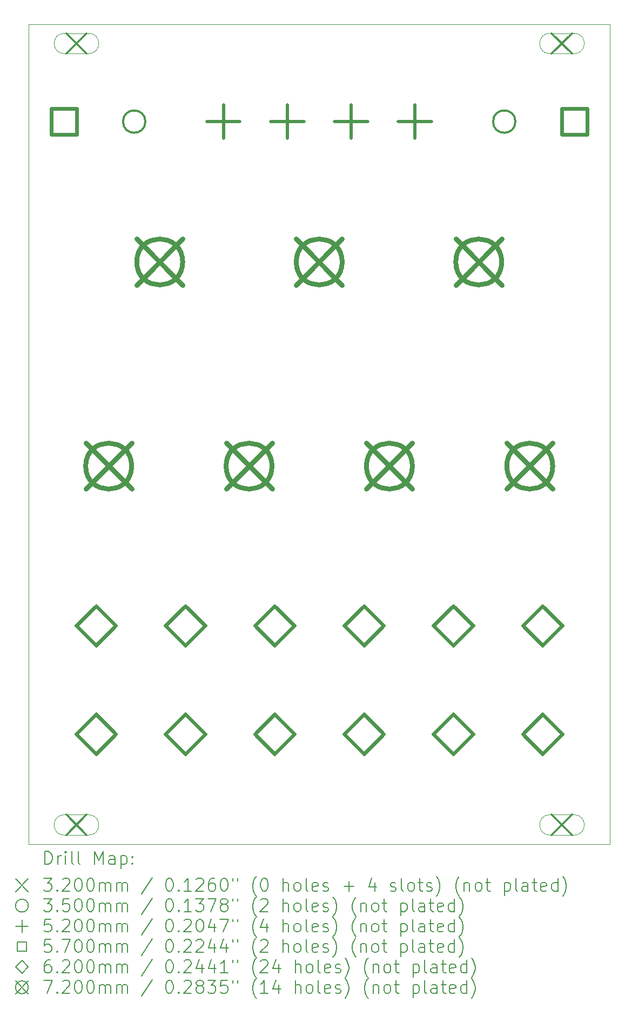
<source format=gbr>
%TF.GenerationSoftware,KiCad,Pcbnew,8.0.5*%
%TF.CreationDate,2024-11-24T11:42:19+01:00*%
%TF.ProjectId,wolkje-panel,776f6c6b-6a65-42d7-9061-6e656c2e6b69,rev?*%
%TF.SameCoordinates,Original*%
%TF.FileFunction,Drillmap*%
%TF.FilePolarity,Positive*%
%FSLAX45Y45*%
G04 Gerber Fmt 4.5, Leading zero omitted, Abs format (unit mm)*
G04 Created by KiCad (PCBNEW 8.0.5) date 2024-11-24 11:42:19*
%MOMM*%
%LPD*%
G01*
G04 APERTURE LIST*
%ADD10C,0.100000*%
%ADD11C,0.200000*%
%ADD12C,0.320000*%
%ADD13C,0.350000*%
%ADD14C,0.520000*%
%ADD15C,0.570000*%
%ADD16C,0.620000*%
%ADD17C,0.720000*%
G04 APERTURE END LIST*
D10*
X4945000Y-4075000D02*
X14055000Y-4075000D01*
X14055000Y-16925000D01*
X4945000Y-16925000D01*
X4945000Y-4075000D01*
D11*
D12*
X5535000Y-4215000D02*
X5855000Y-4535000D01*
X5855000Y-4215000D02*
X5535000Y-4535000D01*
D10*
X5505000Y-4535000D02*
X5885000Y-4535000D01*
X5885000Y-4215000D02*
G75*
G02*
X5885000Y-4535000I0J-160000D01*
G01*
X5885000Y-4215000D02*
X5505000Y-4215000D01*
X5505000Y-4215000D02*
G75*
G03*
X5505000Y-4535000I0J-160000D01*
G01*
D12*
X5535000Y-16465000D02*
X5855000Y-16785000D01*
X5855000Y-16465000D02*
X5535000Y-16785000D01*
D10*
X5505000Y-16785000D02*
X5885000Y-16785000D01*
X5885000Y-16465000D02*
G75*
G02*
X5885000Y-16785000I0J-160000D01*
G01*
X5885000Y-16465000D02*
X5505000Y-16465000D01*
X5505000Y-16465000D02*
G75*
G03*
X5505000Y-16785000I0J-160000D01*
G01*
D12*
X13145000Y-4215000D02*
X13465000Y-4535000D01*
X13465000Y-4215000D02*
X13145000Y-4535000D01*
D10*
X13115000Y-4535000D02*
X13495000Y-4535000D01*
X13495000Y-4215000D02*
G75*
G02*
X13495000Y-4535000I0J-160000D01*
G01*
X13495000Y-4215000D02*
X13115000Y-4215000D01*
X13115000Y-4215000D02*
G75*
G03*
X13115000Y-4535000I0J-160000D01*
G01*
D12*
X13145000Y-16465000D02*
X13465000Y-16785000D01*
X13465000Y-16465000D02*
X13145000Y-16785000D01*
D10*
X13115000Y-16785000D02*
X13495000Y-16785000D01*
X13495000Y-16465000D02*
G75*
G02*
X13495000Y-16785000I0J-160000D01*
G01*
X13495000Y-16465000D02*
X13115000Y-16465000D01*
X13115000Y-16465000D02*
G75*
G03*
X13115000Y-16785000I0J-160000D01*
G01*
D13*
X6775000Y-5600000D02*
G75*
G02*
X6425000Y-5600000I-175000J0D01*
G01*
X6425000Y-5600000D02*
G75*
G02*
X6775000Y-5600000I175000J0D01*
G01*
X12575000Y-5600000D02*
G75*
G02*
X12225000Y-5600000I-175000J0D01*
G01*
X12225000Y-5600000D02*
G75*
G02*
X12575000Y-5600000I175000J0D01*
G01*
D14*
X8000000Y-5340000D02*
X8000000Y-5860000D01*
X7740000Y-5600000D02*
X8260000Y-5600000D01*
X9000000Y-5340000D02*
X9000000Y-5860000D01*
X8740000Y-5600000D02*
X9260000Y-5600000D01*
X10000000Y-5340000D02*
X10000000Y-5860000D01*
X9740000Y-5600000D02*
X10260000Y-5600000D01*
X11000000Y-5340000D02*
X11000000Y-5860000D01*
X10740000Y-5600000D02*
X11260000Y-5600000D01*
D15*
X5701527Y-5801527D02*
X5701527Y-5398473D01*
X5298473Y-5398473D01*
X5298473Y-5801527D01*
X5701527Y-5801527D01*
X13701527Y-5801527D02*
X13701527Y-5398473D01*
X13298473Y-5398473D01*
X13298473Y-5801527D01*
X13701527Y-5801527D01*
D16*
X6000000Y-13810000D02*
X6310000Y-13500000D01*
X6000000Y-13190000D01*
X5690000Y-13500000D01*
X6000000Y-13810000D01*
X6000000Y-13810000D02*
X6310000Y-13500000D01*
X6000000Y-13190000D01*
X5690000Y-13500000D01*
X6000000Y-13810000D01*
X6000000Y-15510000D02*
X6310000Y-15200000D01*
X6000000Y-14890000D01*
X5690000Y-15200000D01*
X6000000Y-15510000D01*
X6000000Y-15510000D02*
X6310000Y-15200000D01*
X6000000Y-14890000D01*
X5690000Y-15200000D01*
X6000000Y-15510000D01*
X7400000Y-13810000D02*
X7710000Y-13500000D01*
X7400000Y-13190000D01*
X7090000Y-13500000D01*
X7400000Y-13810000D01*
X7400000Y-13810000D02*
X7710000Y-13500000D01*
X7400000Y-13190000D01*
X7090000Y-13500000D01*
X7400000Y-13810000D01*
X7400000Y-15510000D02*
X7710000Y-15200000D01*
X7400000Y-14890000D01*
X7090000Y-15200000D01*
X7400000Y-15510000D01*
X7400000Y-15510000D02*
X7710000Y-15200000D01*
X7400000Y-14890000D01*
X7090000Y-15200000D01*
X7400000Y-15510000D01*
X8800000Y-13810000D02*
X9110000Y-13500000D01*
X8800000Y-13190000D01*
X8490000Y-13500000D01*
X8800000Y-13810000D01*
X8800000Y-13810000D02*
X9110000Y-13500000D01*
X8800000Y-13190000D01*
X8490000Y-13500000D01*
X8800000Y-13810000D01*
X8800000Y-15510000D02*
X9110000Y-15200000D01*
X8800000Y-14890000D01*
X8490000Y-15200000D01*
X8800000Y-15510000D01*
X8800000Y-15510000D02*
X9110000Y-15200000D01*
X8800000Y-14890000D01*
X8490000Y-15200000D01*
X8800000Y-15510000D01*
X10200000Y-13810000D02*
X10510000Y-13500000D01*
X10200000Y-13190000D01*
X9890000Y-13500000D01*
X10200000Y-13810000D01*
X10200000Y-13810000D02*
X10510000Y-13500000D01*
X10200000Y-13190000D01*
X9890000Y-13500000D01*
X10200000Y-13810000D01*
X10200000Y-15510000D02*
X10510000Y-15200000D01*
X10200000Y-14890000D01*
X9890000Y-15200000D01*
X10200000Y-15510000D01*
X10200000Y-15510000D02*
X10510000Y-15200000D01*
X10200000Y-14890000D01*
X9890000Y-15200000D01*
X10200000Y-15510000D01*
X11600000Y-13810000D02*
X11910000Y-13500000D01*
X11600000Y-13190000D01*
X11290000Y-13500000D01*
X11600000Y-13810000D01*
X11600000Y-13810000D02*
X11910000Y-13500000D01*
X11600000Y-13190000D01*
X11290000Y-13500000D01*
X11600000Y-13810000D01*
X11600000Y-15510000D02*
X11910000Y-15200000D01*
X11600000Y-14890000D01*
X11290000Y-15200000D01*
X11600000Y-15510000D01*
X11600000Y-15510000D02*
X11910000Y-15200000D01*
X11600000Y-14890000D01*
X11290000Y-15200000D01*
X11600000Y-15510000D01*
X13000000Y-13810000D02*
X13310000Y-13500000D01*
X13000000Y-13190000D01*
X12690000Y-13500000D01*
X13000000Y-13810000D01*
X13000000Y-13810000D02*
X13310000Y-13500000D01*
X13000000Y-13190000D01*
X12690000Y-13500000D01*
X13000000Y-13810000D01*
X13000000Y-15510000D02*
X13310000Y-15200000D01*
X13000000Y-14890000D01*
X12690000Y-15200000D01*
X13000000Y-15510000D01*
X13000000Y-15510000D02*
X13310000Y-15200000D01*
X13000000Y-14890000D01*
X12690000Y-15200000D01*
X13000000Y-15510000D01*
D17*
X5840000Y-10640000D02*
X6560000Y-11360000D01*
X6560000Y-10640000D02*
X5840000Y-11360000D01*
X6560000Y-11000000D02*
G75*
G02*
X5840000Y-11000000I-360000J0D01*
G01*
X5840000Y-11000000D02*
G75*
G02*
X6560000Y-11000000I360000J0D01*
G01*
X5840000Y-10640000D02*
X6560000Y-11360000D01*
X6560000Y-10640000D02*
X5840000Y-11360000D01*
X6560000Y-11000000D02*
G75*
G02*
X5840000Y-11000000I-360000J0D01*
G01*
X5840000Y-11000000D02*
G75*
G02*
X6560000Y-11000000I360000J0D01*
G01*
X6640000Y-7440000D02*
X7360000Y-8160000D01*
X7360000Y-7440000D02*
X6640000Y-8160000D01*
X7360000Y-7800000D02*
G75*
G02*
X6640000Y-7800000I-360000J0D01*
G01*
X6640000Y-7800000D02*
G75*
G02*
X7360000Y-7800000I360000J0D01*
G01*
X6640000Y-7440000D02*
X7360000Y-8160000D01*
X7360000Y-7440000D02*
X6640000Y-8160000D01*
X7360000Y-7800000D02*
G75*
G02*
X6640000Y-7800000I-360000J0D01*
G01*
X6640000Y-7800000D02*
G75*
G02*
X7360000Y-7800000I360000J0D01*
G01*
X8040000Y-10640000D02*
X8760000Y-11360000D01*
X8760000Y-10640000D02*
X8040000Y-11360000D01*
X8760000Y-11000000D02*
G75*
G02*
X8040000Y-11000000I-360000J0D01*
G01*
X8040000Y-11000000D02*
G75*
G02*
X8760000Y-11000000I360000J0D01*
G01*
X8040000Y-10640000D02*
X8760000Y-11360000D01*
X8760000Y-10640000D02*
X8040000Y-11360000D01*
X8760000Y-11000000D02*
G75*
G02*
X8040000Y-11000000I-360000J0D01*
G01*
X8040000Y-11000000D02*
G75*
G02*
X8760000Y-11000000I360000J0D01*
G01*
X9140000Y-7440000D02*
X9860000Y-8160000D01*
X9860000Y-7440000D02*
X9140000Y-8160000D01*
X9860000Y-7800000D02*
G75*
G02*
X9140000Y-7800000I-360000J0D01*
G01*
X9140000Y-7800000D02*
G75*
G02*
X9860000Y-7800000I360000J0D01*
G01*
X9140000Y-7440000D02*
X9860000Y-8160000D01*
X9860000Y-7440000D02*
X9140000Y-8160000D01*
X9860000Y-7800000D02*
G75*
G02*
X9140000Y-7800000I-360000J0D01*
G01*
X9140000Y-7800000D02*
G75*
G02*
X9860000Y-7800000I360000J0D01*
G01*
X10240000Y-10640000D02*
X10960000Y-11360000D01*
X10960000Y-10640000D02*
X10240000Y-11360000D01*
X10960000Y-11000000D02*
G75*
G02*
X10240000Y-11000000I-360000J0D01*
G01*
X10240000Y-11000000D02*
G75*
G02*
X10960000Y-11000000I360000J0D01*
G01*
X10240000Y-10640000D02*
X10960000Y-11360000D01*
X10960000Y-10640000D02*
X10240000Y-11360000D01*
X10960000Y-11000000D02*
G75*
G02*
X10240000Y-11000000I-360000J0D01*
G01*
X10240000Y-11000000D02*
G75*
G02*
X10960000Y-11000000I360000J0D01*
G01*
X11640000Y-7440000D02*
X12360000Y-8160000D01*
X12360000Y-7440000D02*
X11640000Y-8160000D01*
X12360000Y-7800000D02*
G75*
G02*
X11640000Y-7800000I-360000J0D01*
G01*
X11640000Y-7800000D02*
G75*
G02*
X12360000Y-7800000I360000J0D01*
G01*
X11640000Y-7440000D02*
X12360000Y-8160000D01*
X12360000Y-7440000D02*
X11640000Y-8160000D01*
X12360000Y-7800000D02*
G75*
G02*
X11640000Y-7800000I-360000J0D01*
G01*
X11640000Y-7800000D02*
G75*
G02*
X12360000Y-7800000I360000J0D01*
G01*
X12440000Y-10640000D02*
X13160000Y-11360000D01*
X13160000Y-10640000D02*
X12440000Y-11360000D01*
X13160000Y-11000000D02*
G75*
G02*
X12440000Y-11000000I-360000J0D01*
G01*
X12440000Y-11000000D02*
G75*
G02*
X13160000Y-11000000I360000J0D01*
G01*
X12440000Y-10640000D02*
X13160000Y-11360000D01*
X13160000Y-10640000D02*
X12440000Y-11360000D01*
X13160000Y-11000000D02*
G75*
G02*
X12440000Y-11000000I-360000J0D01*
G01*
X12440000Y-11000000D02*
G75*
G02*
X13160000Y-11000000I360000J0D01*
G01*
D11*
X5200777Y-17241484D02*
X5200777Y-17041484D01*
X5200777Y-17041484D02*
X5248396Y-17041484D01*
X5248396Y-17041484D02*
X5276967Y-17051008D01*
X5276967Y-17051008D02*
X5296015Y-17070055D01*
X5296015Y-17070055D02*
X5305539Y-17089103D01*
X5305539Y-17089103D02*
X5315063Y-17127198D01*
X5315063Y-17127198D02*
X5315063Y-17155770D01*
X5315063Y-17155770D02*
X5305539Y-17193865D01*
X5305539Y-17193865D02*
X5296015Y-17212912D01*
X5296015Y-17212912D02*
X5276967Y-17231960D01*
X5276967Y-17231960D02*
X5248396Y-17241484D01*
X5248396Y-17241484D02*
X5200777Y-17241484D01*
X5400777Y-17241484D02*
X5400777Y-17108150D01*
X5400777Y-17146246D02*
X5410301Y-17127198D01*
X5410301Y-17127198D02*
X5419824Y-17117674D01*
X5419824Y-17117674D02*
X5438872Y-17108150D01*
X5438872Y-17108150D02*
X5457920Y-17108150D01*
X5524586Y-17241484D02*
X5524586Y-17108150D01*
X5524586Y-17041484D02*
X5515063Y-17051008D01*
X5515063Y-17051008D02*
X5524586Y-17060531D01*
X5524586Y-17060531D02*
X5534110Y-17051008D01*
X5534110Y-17051008D02*
X5524586Y-17041484D01*
X5524586Y-17041484D02*
X5524586Y-17060531D01*
X5648396Y-17241484D02*
X5629348Y-17231960D01*
X5629348Y-17231960D02*
X5619824Y-17212912D01*
X5619824Y-17212912D02*
X5619824Y-17041484D01*
X5753158Y-17241484D02*
X5734110Y-17231960D01*
X5734110Y-17231960D02*
X5724586Y-17212912D01*
X5724586Y-17212912D02*
X5724586Y-17041484D01*
X5981729Y-17241484D02*
X5981729Y-17041484D01*
X5981729Y-17041484D02*
X6048396Y-17184341D01*
X6048396Y-17184341D02*
X6115062Y-17041484D01*
X6115062Y-17041484D02*
X6115062Y-17241484D01*
X6296015Y-17241484D02*
X6296015Y-17136722D01*
X6296015Y-17136722D02*
X6286491Y-17117674D01*
X6286491Y-17117674D02*
X6267443Y-17108150D01*
X6267443Y-17108150D02*
X6229348Y-17108150D01*
X6229348Y-17108150D02*
X6210301Y-17117674D01*
X6296015Y-17231960D02*
X6276967Y-17241484D01*
X6276967Y-17241484D02*
X6229348Y-17241484D01*
X6229348Y-17241484D02*
X6210301Y-17231960D01*
X6210301Y-17231960D02*
X6200777Y-17212912D01*
X6200777Y-17212912D02*
X6200777Y-17193865D01*
X6200777Y-17193865D02*
X6210301Y-17174817D01*
X6210301Y-17174817D02*
X6229348Y-17165293D01*
X6229348Y-17165293D02*
X6276967Y-17165293D01*
X6276967Y-17165293D02*
X6296015Y-17155770D01*
X6391253Y-17108150D02*
X6391253Y-17308150D01*
X6391253Y-17117674D02*
X6410301Y-17108150D01*
X6410301Y-17108150D02*
X6448396Y-17108150D01*
X6448396Y-17108150D02*
X6467443Y-17117674D01*
X6467443Y-17117674D02*
X6476967Y-17127198D01*
X6476967Y-17127198D02*
X6486491Y-17146246D01*
X6486491Y-17146246D02*
X6486491Y-17203389D01*
X6486491Y-17203389D02*
X6476967Y-17222436D01*
X6476967Y-17222436D02*
X6467443Y-17231960D01*
X6467443Y-17231960D02*
X6448396Y-17241484D01*
X6448396Y-17241484D02*
X6410301Y-17241484D01*
X6410301Y-17241484D02*
X6391253Y-17231960D01*
X6572205Y-17222436D02*
X6581729Y-17231960D01*
X6581729Y-17231960D02*
X6572205Y-17241484D01*
X6572205Y-17241484D02*
X6562682Y-17231960D01*
X6562682Y-17231960D02*
X6572205Y-17222436D01*
X6572205Y-17222436D02*
X6572205Y-17241484D01*
X6572205Y-17117674D02*
X6581729Y-17127198D01*
X6581729Y-17127198D02*
X6572205Y-17136722D01*
X6572205Y-17136722D02*
X6562682Y-17127198D01*
X6562682Y-17127198D02*
X6572205Y-17117674D01*
X6572205Y-17117674D02*
X6572205Y-17136722D01*
X4740000Y-17470000D02*
X4940000Y-17670000D01*
X4940000Y-17470000D02*
X4740000Y-17670000D01*
X5181729Y-17461484D02*
X5305539Y-17461484D01*
X5305539Y-17461484D02*
X5238872Y-17537674D01*
X5238872Y-17537674D02*
X5267444Y-17537674D01*
X5267444Y-17537674D02*
X5286491Y-17547198D01*
X5286491Y-17547198D02*
X5296015Y-17556722D01*
X5296015Y-17556722D02*
X5305539Y-17575770D01*
X5305539Y-17575770D02*
X5305539Y-17623389D01*
X5305539Y-17623389D02*
X5296015Y-17642436D01*
X5296015Y-17642436D02*
X5286491Y-17651960D01*
X5286491Y-17651960D02*
X5267444Y-17661484D01*
X5267444Y-17661484D02*
X5210301Y-17661484D01*
X5210301Y-17661484D02*
X5191253Y-17651960D01*
X5191253Y-17651960D02*
X5181729Y-17642436D01*
X5391253Y-17642436D02*
X5400777Y-17651960D01*
X5400777Y-17651960D02*
X5391253Y-17661484D01*
X5391253Y-17661484D02*
X5381729Y-17651960D01*
X5381729Y-17651960D02*
X5391253Y-17642436D01*
X5391253Y-17642436D02*
X5391253Y-17661484D01*
X5476967Y-17480531D02*
X5486491Y-17471008D01*
X5486491Y-17471008D02*
X5505539Y-17461484D01*
X5505539Y-17461484D02*
X5553158Y-17461484D01*
X5553158Y-17461484D02*
X5572205Y-17471008D01*
X5572205Y-17471008D02*
X5581729Y-17480531D01*
X5581729Y-17480531D02*
X5591253Y-17499579D01*
X5591253Y-17499579D02*
X5591253Y-17518627D01*
X5591253Y-17518627D02*
X5581729Y-17547198D01*
X5581729Y-17547198D02*
X5467444Y-17661484D01*
X5467444Y-17661484D02*
X5591253Y-17661484D01*
X5715062Y-17461484D02*
X5734110Y-17461484D01*
X5734110Y-17461484D02*
X5753158Y-17471008D01*
X5753158Y-17471008D02*
X5762682Y-17480531D01*
X5762682Y-17480531D02*
X5772205Y-17499579D01*
X5772205Y-17499579D02*
X5781729Y-17537674D01*
X5781729Y-17537674D02*
X5781729Y-17585293D01*
X5781729Y-17585293D02*
X5772205Y-17623389D01*
X5772205Y-17623389D02*
X5762682Y-17642436D01*
X5762682Y-17642436D02*
X5753158Y-17651960D01*
X5753158Y-17651960D02*
X5734110Y-17661484D01*
X5734110Y-17661484D02*
X5715062Y-17661484D01*
X5715062Y-17661484D02*
X5696015Y-17651960D01*
X5696015Y-17651960D02*
X5686491Y-17642436D01*
X5686491Y-17642436D02*
X5676967Y-17623389D01*
X5676967Y-17623389D02*
X5667443Y-17585293D01*
X5667443Y-17585293D02*
X5667443Y-17537674D01*
X5667443Y-17537674D02*
X5676967Y-17499579D01*
X5676967Y-17499579D02*
X5686491Y-17480531D01*
X5686491Y-17480531D02*
X5696015Y-17471008D01*
X5696015Y-17471008D02*
X5715062Y-17461484D01*
X5905539Y-17461484D02*
X5924586Y-17461484D01*
X5924586Y-17461484D02*
X5943634Y-17471008D01*
X5943634Y-17471008D02*
X5953158Y-17480531D01*
X5953158Y-17480531D02*
X5962682Y-17499579D01*
X5962682Y-17499579D02*
X5972205Y-17537674D01*
X5972205Y-17537674D02*
X5972205Y-17585293D01*
X5972205Y-17585293D02*
X5962682Y-17623389D01*
X5962682Y-17623389D02*
X5953158Y-17642436D01*
X5953158Y-17642436D02*
X5943634Y-17651960D01*
X5943634Y-17651960D02*
X5924586Y-17661484D01*
X5924586Y-17661484D02*
X5905539Y-17661484D01*
X5905539Y-17661484D02*
X5886491Y-17651960D01*
X5886491Y-17651960D02*
X5876967Y-17642436D01*
X5876967Y-17642436D02*
X5867443Y-17623389D01*
X5867443Y-17623389D02*
X5857920Y-17585293D01*
X5857920Y-17585293D02*
X5857920Y-17537674D01*
X5857920Y-17537674D02*
X5867443Y-17499579D01*
X5867443Y-17499579D02*
X5876967Y-17480531D01*
X5876967Y-17480531D02*
X5886491Y-17471008D01*
X5886491Y-17471008D02*
X5905539Y-17461484D01*
X6057920Y-17661484D02*
X6057920Y-17528150D01*
X6057920Y-17547198D02*
X6067443Y-17537674D01*
X6067443Y-17537674D02*
X6086491Y-17528150D01*
X6086491Y-17528150D02*
X6115063Y-17528150D01*
X6115063Y-17528150D02*
X6134110Y-17537674D01*
X6134110Y-17537674D02*
X6143634Y-17556722D01*
X6143634Y-17556722D02*
X6143634Y-17661484D01*
X6143634Y-17556722D02*
X6153158Y-17537674D01*
X6153158Y-17537674D02*
X6172205Y-17528150D01*
X6172205Y-17528150D02*
X6200777Y-17528150D01*
X6200777Y-17528150D02*
X6219824Y-17537674D01*
X6219824Y-17537674D02*
X6229348Y-17556722D01*
X6229348Y-17556722D02*
X6229348Y-17661484D01*
X6324586Y-17661484D02*
X6324586Y-17528150D01*
X6324586Y-17547198D02*
X6334110Y-17537674D01*
X6334110Y-17537674D02*
X6353158Y-17528150D01*
X6353158Y-17528150D02*
X6381729Y-17528150D01*
X6381729Y-17528150D02*
X6400777Y-17537674D01*
X6400777Y-17537674D02*
X6410301Y-17556722D01*
X6410301Y-17556722D02*
X6410301Y-17661484D01*
X6410301Y-17556722D02*
X6419824Y-17537674D01*
X6419824Y-17537674D02*
X6438872Y-17528150D01*
X6438872Y-17528150D02*
X6467443Y-17528150D01*
X6467443Y-17528150D02*
X6486491Y-17537674D01*
X6486491Y-17537674D02*
X6496015Y-17556722D01*
X6496015Y-17556722D02*
X6496015Y-17661484D01*
X6886491Y-17451960D02*
X6715063Y-17709103D01*
X7143634Y-17461484D02*
X7162682Y-17461484D01*
X7162682Y-17461484D02*
X7181729Y-17471008D01*
X7181729Y-17471008D02*
X7191253Y-17480531D01*
X7191253Y-17480531D02*
X7200777Y-17499579D01*
X7200777Y-17499579D02*
X7210301Y-17537674D01*
X7210301Y-17537674D02*
X7210301Y-17585293D01*
X7210301Y-17585293D02*
X7200777Y-17623389D01*
X7200777Y-17623389D02*
X7191253Y-17642436D01*
X7191253Y-17642436D02*
X7181729Y-17651960D01*
X7181729Y-17651960D02*
X7162682Y-17661484D01*
X7162682Y-17661484D02*
X7143634Y-17661484D01*
X7143634Y-17661484D02*
X7124586Y-17651960D01*
X7124586Y-17651960D02*
X7115063Y-17642436D01*
X7115063Y-17642436D02*
X7105539Y-17623389D01*
X7105539Y-17623389D02*
X7096015Y-17585293D01*
X7096015Y-17585293D02*
X7096015Y-17537674D01*
X7096015Y-17537674D02*
X7105539Y-17499579D01*
X7105539Y-17499579D02*
X7115063Y-17480531D01*
X7115063Y-17480531D02*
X7124586Y-17471008D01*
X7124586Y-17471008D02*
X7143634Y-17461484D01*
X7296015Y-17642436D02*
X7305539Y-17651960D01*
X7305539Y-17651960D02*
X7296015Y-17661484D01*
X7296015Y-17661484D02*
X7286491Y-17651960D01*
X7286491Y-17651960D02*
X7296015Y-17642436D01*
X7296015Y-17642436D02*
X7296015Y-17661484D01*
X7496015Y-17661484D02*
X7381729Y-17661484D01*
X7438872Y-17661484D02*
X7438872Y-17461484D01*
X7438872Y-17461484D02*
X7419825Y-17490055D01*
X7419825Y-17490055D02*
X7400777Y-17509103D01*
X7400777Y-17509103D02*
X7381729Y-17518627D01*
X7572206Y-17480531D02*
X7581729Y-17471008D01*
X7581729Y-17471008D02*
X7600777Y-17461484D01*
X7600777Y-17461484D02*
X7648396Y-17461484D01*
X7648396Y-17461484D02*
X7667444Y-17471008D01*
X7667444Y-17471008D02*
X7676967Y-17480531D01*
X7676967Y-17480531D02*
X7686491Y-17499579D01*
X7686491Y-17499579D02*
X7686491Y-17518627D01*
X7686491Y-17518627D02*
X7676967Y-17547198D01*
X7676967Y-17547198D02*
X7562682Y-17661484D01*
X7562682Y-17661484D02*
X7686491Y-17661484D01*
X7857920Y-17461484D02*
X7819825Y-17461484D01*
X7819825Y-17461484D02*
X7800777Y-17471008D01*
X7800777Y-17471008D02*
X7791253Y-17480531D01*
X7791253Y-17480531D02*
X7772206Y-17509103D01*
X7772206Y-17509103D02*
X7762682Y-17547198D01*
X7762682Y-17547198D02*
X7762682Y-17623389D01*
X7762682Y-17623389D02*
X7772206Y-17642436D01*
X7772206Y-17642436D02*
X7781729Y-17651960D01*
X7781729Y-17651960D02*
X7800777Y-17661484D01*
X7800777Y-17661484D02*
X7838872Y-17661484D01*
X7838872Y-17661484D02*
X7857920Y-17651960D01*
X7857920Y-17651960D02*
X7867444Y-17642436D01*
X7867444Y-17642436D02*
X7876967Y-17623389D01*
X7876967Y-17623389D02*
X7876967Y-17575770D01*
X7876967Y-17575770D02*
X7867444Y-17556722D01*
X7867444Y-17556722D02*
X7857920Y-17547198D01*
X7857920Y-17547198D02*
X7838872Y-17537674D01*
X7838872Y-17537674D02*
X7800777Y-17537674D01*
X7800777Y-17537674D02*
X7781729Y-17547198D01*
X7781729Y-17547198D02*
X7772206Y-17556722D01*
X7772206Y-17556722D02*
X7762682Y-17575770D01*
X8000777Y-17461484D02*
X8019825Y-17461484D01*
X8019825Y-17461484D02*
X8038872Y-17471008D01*
X8038872Y-17471008D02*
X8048396Y-17480531D01*
X8048396Y-17480531D02*
X8057920Y-17499579D01*
X8057920Y-17499579D02*
X8067444Y-17537674D01*
X8067444Y-17537674D02*
X8067444Y-17585293D01*
X8067444Y-17585293D02*
X8057920Y-17623389D01*
X8057920Y-17623389D02*
X8048396Y-17642436D01*
X8048396Y-17642436D02*
X8038872Y-17651960D01*
X8038872Y-17651960D02*
X8019825Y-17661484D01*
X8019825Y-17661484D02*
X8000777Y-17661484D01*
X8000777Y-17661484D02*
X7981729Y-17651960D01*
X7981729Y-17651960D02*
X7972206Y-17642436D01*
X7972206Y-17642436D02*
X7962682Y-17623389D01*
X7962682Y-17623389D02*
X7953158Y-17585293D01*
X7953158Y-17585293D02*
X7953158Y-17537674D01*
X7953158Y-17537674D02*
X7962682Y-17499579D01*
X7962682Y-17499579D02*
X7972206Y-17480531D01*
X7972206Y-17480531D02*
X7981729Y-17471008D01*
X7981729Y-17471008D02*
X8000777Y-17461484D01*
X8143634Y-17461484D02*
X8143634Y-17499579D01*
X8219825Y-17461484D02*
X8219825Y-17499579D01*
X8515063Y-17737674D02*
X8505539Y-17728150D01*
X8505539Y-17728150D02*
X8486491Y-17699579D01*
X8486491Y-17699579D02*
X8476968Y-17680531D01*
X8476968Y-17680531D02*
X8467444Y-17651960D01*
X8467444Y-17651960D02*
X8457920Y-17604341D01*
X8457920Y-17604341D02*
X8457920Y-17566246D01*
X8457920Y-17566246D02*
X8467444Y-17518627D01*
X8467444Y-17518627D02*
X8476968Y-17490055D01*
X8476968Y-17490055D02*
X8486491Y-17471008D01*
X8486491Y-17471008D02*
X8505539Y-17442436D01*
X8505539Y-17442436D02*
X8515063Y-17432912D01*
X8629349Y-17461484D02*
X8648396Y-17461484D01*
X8648396Y-17461484D02*
X8667444Y-17471008D01*
X8667444Y-17471008D02*
X8676968Y-17480531D01*
X8676968Y-17480531D02*
X8686491Y-17499579D01*
X8686491Y-17499579D02*
X8696015Y-17537674D01*
X8696015Y-17537674D02*
X8696015Y-17585293D01*
X8696015Y-17585293D02*
X8686491Y-17623389D01*
X8686491Y-17623389D02*
X8676968Y-17642436D01*
X8676968Y-17642436D02*
X8667444Y-17651960D01*
X8667444Y-17651960D02*
X8648396Y-17661484D01*
X8648396Y-17661484D02*
X8629349Y-17661484D01*
X8629349Y-17661484D02*
X8610301Y-17651960D01*
X8610301Y-17651960D02*
X8600777Y-17642436D01*
X8600777Y-17642436D02*
X8591253Y-17623389D01*
X8591253Y-17623389D02*
X8581730Y-17585293D01*
X8581730Y-17585293D02*
X8581730Y-17537674D01*
X8581730Y-17537674D02*
X8591253Y-17499579D01*
X8591253Y-17499579D02*
X8600777Y-17480531D01*
X8600777Y-17480531D02*
X8610301Y-17471008D01*
X8610301Y-17471008D02*
X8629349Y-17461484D01*
X8934111Y-17661484D02*
X8934111Y-17461484D01*
X9019825Y-17661484D02*
X9019825Y-17556722D01*
X9019825Y-17556722D02*
X9010301Y-17537674D01*
X9010301Y-17537674D02*
X8991253Y-17528150D01*
X8991253Y-17528150D02*
X8962682Y-17528150D01*
X8962682Y-17528150D02*
X8943634Y-17537674D01*
X8943634Y-17537674D02*
X8934111Y-17547198D01*
X9143634Y-17661484D02*
X9124587Y-17651960D01*
X9124587Y-17651960D02*
X9115063Y-17642436D01*
X9115063Y-17642436D02*
X9105539Y-17623389D01*
X9105539Y-17623389D02*
X9105539Y-17566246D01*
X9105539Y-17566246D02*
X9115063Y-17547198D01*
X9115063Y-17547198D02*
X9124587Y-17537674D01*
X9124587Y-17537674D02*
X9143634Y-17528150D01*
X9143634Y-17528150D02*
X9172206Y-17528150D01*
X9172206Y-17528150D02*
X9191253Y-17537674D01*
X9191253Y-17537674D02*
X9200777Y-17547198D01*
X9200777Y-17547198D02*
X9210301Y-17566246D01*
X9210301Y-17566246D02*
X9210301Y-17623389D01*
X9210301Y-17623389D02*
X9200777Y-17642436D01*
X9200777Y-17642436D02*
X9191253Y-17651960D01*
X9191253Y-17651960D02*
X9172206Y-17661484D01*
X9172206Y-17661484D02*
X9143634Y-17661484D01*
X9324587Y-17661484D02*
X9305539Y-17651960D01*
X9305539Y-17651960D02*
X9296015Y-17632912D01*
X9296015Y-17632912D02*
X9296015Y-17461484D01*
X9476968Y-17651960D02*
X9457920Y-17661484D01*
X9457920Y-17661484D02*
X9419825Y-17661484D01*
X9419825Y-17661484D02*
X9400777Y-17651960D01*
X9400777Y-17651960D02*
X9391253Y-17632912D01*
X9391253Y-17632912D02*
X9391253Y-17556722D01*
X9391253Y-17556722D02*
X9400777Y-17537674D01*
X9400777Y-17537674D02*
X9419825Y-17528150D01*
X9419825Y-17528150D02*
X9457920Y-17528150D01*
X9457920Y-17528150D02*
X9476968Y-17537674D01*
X9476968Y-17537674D02*
X9486492Y-17556722D01*
X9486492Y-17556722D02*
X9486492Y-17575770D01*
X9486492Y-17575770D02*
X9391253Y-17594817D01*
X9562682Y-17651960D02*
X9581730Y-17661484D01*
X9581730Y-17661484D02*
X9619825Y-17661484D01*
X9619825Y-17661484D02*
X9638873Y-17651960D01*
X9638873Y-17651960D02*
X9648396Y-17632912D01*
X9648396Y-17632912D02*
X9648396Y-17623389D01*
X9648396Y-17623389D02*
X9638873Y-17604341D01*
X9638873Y-17604341D02*
X9619825Y-17594817D01*
X9619825Y-17594817D02*
X9591253Y-17594817D01*
X9591253Y-17594817D02*
X9572206Y-17585293D01*
X9572206Y-17585293D02*
X9562682Y-17566246D01*
X9562682Y-17566246D02*
X9562682Y-17556722D01*
X9562682Y-17556722D02*
X9572206Y-17537674D01*
X9572206Y-17537674D02*
X9591253Y-17528150D01*
X9591253Y-17528150D02*
X9619825Y-17528150D01*
X9619825Y-17528150D02*
X9638873Y-17537674D01*
X9886492Y-17585293D02*
X10038873Y-17585293D01*
X9962682Y-17661484D02*
X9962682Y-17509103D01*
X10372206Y-17528150D02*
X10372206Y-17661484D01*
X10324587Y-17451960D02*
X10276968Y-17594817D01*
X10276968Y-17594817D02*
X10400777Y-17594817D01*
X10619825Y-17651960D02*
X10638873Y-17661484D01*
X10638873Y-17661484D02*
X10676968Y-17661484D01*
X10676968Y-17661484D02*
X10696016Y-17651960D01*
X10696016Y-17651960D02*
X10705539Y-17632912D01*
X10705539Y-17632912D02*
X10705539Y-17623389D01*
X10705539Y-17623389D02*
X10696016Y-17604341D01*
X10696016Y-17604341D02*
X10676968Y-17594817D01*
X10676968Y-17594817D02*
X10648396Y-17594817D01*
X10648396Y-17594817D02*
X10629349Y-17585293D01*
X10629349Y-17585293D02*
X10619825Y-17566246D01*
X10619825Y-17566246D02*
X10619825Y-17556722D01*
X10619825Y-17556722D02*
X10629349Y-17537674D01*
X10629349Y-17537674D02*
X10648396Y-17528150D01*
X10648396Y-17528150D02*
X10676968Y-17528150D01*
X10676968Y-17528150D02*
X10696016Y-17537674D01*
X10819825Y-17661484D02*
X10800777Y-17651960D01*
X10800777Y-17651960D02*
X10791254Y-17632912D01*
X10791254Y-17632912D02*
X10791254Y-17461484D01*
X10924587Y-17661484D02*
X10905539Y-17651960D01*
X10905539Y-17651960D02*
X10896016Y-17642436D01*
X10896016Y-17642436D02*
X10886492Y-17623389D01*
X10886492Y-17623389D02*
X10886492Y-17566246D01*
X10886492Y-17566246D02*
X10896016Y-17547198D01*
X10896016Y-17547198D02*
X10905539Y-17537674D01*
X10905539Y-17537674D02*
X10924587Y-17528150D01*
X10924587Y-17528150D02*
X10953158Y-17528150D01*
X10953158Y-17528150D02*
X10972206Y-17537674D01*
X10972206Y-17537674D02*
X10981730Y-17547198D01*
X10981730Y-17547198D02*
X10991254Y-17566246D01*
X10991254Y-17566246D02*
X10991254Y-17623389D01*
X10991254Y-17623389D02*
X10981730Y-17642436D01*
X10981730Y-17642436D02*
X10972206Y-17651960D01*
X10972206Y-17651960D02*
X10953158Y-17661484D01*
X10953158Y-17661484D02*
X10924587Y-17661484D01*
X11048397Y-17528150D02*
X11124587Y-17528150D01*
X11076968Y-17461484D02*
X11076968Y-17632912D01*
X11076968Y-17632912D02*
X11086492Y-17651960D01*
X11086492Y-17651960D02*
X11105539Y-17661484D01*
X11105539Y-17661484D02*
X11124587Y-17661484D01*
X11181730Y-17651960D02*
X11200777Y-17661484D01*
X11200777Y-17661484D02*
X11238873Y-17661484D01*
X11238873Y-17661484D02*
X11257920Y-17651960D01*
X11257920Y-17651960D02*
X11267444Y-17632912D01*
X11267444Y-17632912D02*
X11267444Y-17623389D01*
X11267444Y-17623389D02*
X11257920Y-17604341D01*
X11257920Y-17604341D02*
X11238873Y-17594817D01*
X11238873Y-17594817D02*
X11210301Y-17594817D01*
X11210301Y-17594817D02*
X11191254Y-17585293D01*
X11191254Y-17585293D02*
X11181730Y-17566246D01*
X11181730Y-17566246D02*
X11181730Y-17556722D01*
X11181730Y-17556722D02*
X11191254Y-17537674D01*
X11191254Y-17537674D02*
X11210301Y-17528150D01*
X11210301Y-17528150D02*
X11238873Y-17528150D01*
X11238873Y-17528150D02*
X11257920Y-17537674D01*
X11334111Y-17737674D02*
X11343635Y-17728150D01*
X11343635Y-17728150D02*
X11362682Y-17699579D01*
X11362682Y-17699579D02*
X11372206Y-17680531D01*
X11372206Y-17680531D02*
X11381730Y-17651960D01*
X11381730Y-17651960D02*
X11391254Y-17604341D01*
X11391254Y-17604341D02*
X11391254Y-17566246D01*
X11391254Y-17566246D02*
X11381730Y-17518627D01*
X11381730Y-17518627D02*
X11372206Y-17490055D01*
X11372206Y-17490055D02*
X11362682Y-17471008D01*
X11362682Y-17471008D02*
X11343635Y-17442436D01*
X11343635Y-17442436D02*
X11334111Y-17432912D01*
X11696016Y-17737674D02*
X11686492Y-17728150D01*
X11686492Y-17728150D02*
X11667444Y-17699579D01*
X11667444Y-17699579D02*
X11657920Y-17680531D01*
X11657920Y-17680531D02*
X11648396Y-17651960D01*
X11648396Y-17651960D02*
X11638873Y-17604341D01*
X11638873Y-17604341D02*
X11638873Y-17566246D01*
X11638873Y-17566246D02*
X11648396Y-17518627D01*
X11648396Y-17518627D02*
X11657920Y-17490055D01*
X11657920Y-17490055D02*
X11667444Y-17471008D01*
X11667444Y-17471008D02*
X11686492Y-17442436D01*
X11686492Y-17442436D02*
X11696016Y-17432912D01*
X11772206Y-17528150D02*
X11772206Y-17661484D01*
X11772206Y-17547198D02*
X11781730Y-17537674D01*
X11781730Y-17537674D02*
X11800777Y-17528150D01*
X11800777Y-17528150D02*
X11829349Y-17528150D01*
X11829349Y-17528150D02*
X11848396Y-17537674D01*
X11848396Y-17537674D02*
X11857920Y-17556722D01*
X11857920Y-17556722D02*
X11857920Y-17661484D01*
X11981730Y-17661484D02*
X11962682Y-17651960D01*
X11962682Y-17651960D02*
X11953158Y-17642436D01*
X11953158Y-17642436D02*
X11943635Y-17623389D01*
X11943635Y-17623389D02*
X11943635Y-17566246D01*
X11943635Y-17566246D02*
X11953158Y-17547198D01*
X11953158Y-17547198D02*
X11962682Y-17537674D01*
X11962682Y-17537674D02*
X11981730Y-17528150D01*
X11981730Y-17528150D02*
X12010301Y-17528150D01*
X12010301Y-17528150D02*
X12029349Y-17537674D01*
X12029349Y-17537674D02*
X12038873Y-17547198D01*
X12038873Y-17547198D02*
X12048396Y-17566246D01*
X12048396Y-17566246D02*
X12048396Y-17623389D01*
X12048396Y-17623389D02*
X12038873Y-17642436D01*
X12038873Y-17642436D02*
X12029349Y-17651960D01*
X12029349Y-17651960D02*
X12010301Y-17661484D01*
X12010301Y-17661484D02*
X11981730Y-17661484D01*
X12105539Y-17528150D02*
X12181730Y-17528150D01*
X12134111Y-17461484D02*
X12134111Y-17632912D01*
X12134111Y-17632912D02*
X12143635Y-17651960D01*
X12143635Y-17651960D02*
X12162682Y-17661484D01*
X12162682Y-17661484D02*
X12181730Y-17661484D01*
X12400777Y-17528150D02*
X12400777Y-17728150D01*
X12400777Y-17537674D02*
X12419825Y-17528150D01*
X12419825Y-17528150D02*
X12457920Y-17528150D01*
X12457920Y-17528150D02*
X12476968Y-17537674D01*
X12476968Y-17537674D02*
X12486492Y-17547198D01*
X12486492Y-17547198D02*
X12496016Y-17566246D01*
X12496016Y-17566246D02*
X12496016Y-17623389D01*
X12496016Y-17623389D02*
X12486492Y-17642436D01*
X12486492Y-17642436D02*
X12476968Y-17651960D01*
X12476968Y-17651960D02*
X12457920Y-17661484D01*
X12457920Y-17661484D02*
X12419825Y-17661484D01*
X12419825Y-17661484D02*
X12400777Y-17651960D01*
X12610301Y-17661484D02*
X12591254Y-17651960D01*
X12591254Y-17651960D02*
X12581730Y-17632912D01*
X12581730Y-17632912D02*
X12581730Y-17461484D01*
X12772206Y-17661484D02*
X12772206Y-17556722D01*
X12772206Y-17556722D02*
X12762682Y-17537674D01*
X12762682Y-17537674D02*
X12743635Y-17528150D01*
X12743635Y-17528150D02*
X12705539Y-17528150D01*
X12705539Y-17528150D02*
X12686492Y-17537674D01*
X12772206Y-17651960D02*
X12753158Y-17661484D01*
X12753158Y-17661484D02*
X12705539Y-17661484D01*
X12705539Y-17661484D02*
X12686492Y-17651960D01*
X12686492Y-17651960D02*
X12676968Y-17632912D01*
X12676968Y-17632912D02*
X12676968Y-17613865D01*
X12676968Y-17613865D02*
X12686492Y-17594817D01*
X12686492Y-17594817D02*
X12705539Y-17585293D01*
X12705539Y-17585293D02*
X12753158Y-17585293D01*
X12753158Y-17585293D02*
X12772206Y-17575770D01*
X12838873Y-17528150D02*
X12915063Y-17528150D01*
X12867444Y-17461484D02*
X12867444Y-17632912D01*
X12867444Y-17632912D02*
X12876968Y-17651960D01*
X12876968Y-17651960D02*
X12896016Y-17661484D01*
X12896016Y-17661484D02*
X12915063Y-17661484D01*
X13057920Y-17651960D02*
X13038873Y-17661484D01*
X13038873Y-17661484D02*
X13000777Y-17661484D01*
X13000777Y-17661484D02*
X12981730Y-17651960D01*
X12981730Y-17651960D02*
X12972206Y-17632912D01*
X12972206Y-17632912D02*
X12972206Y-17556722D01*
X12972206Y-17556722D02*
X12981730Y-17537674D01*
X12981730Y-17537674D02*
X13000777Y-17528150D01*
X13000777Y-17528150D02*
X13038873Y-17528150D01*
X13038873Y-17528150D02*
X13057920Y-17537674D01*
X13057920Y-17537674D02*
X13067444Y-17556722D01*
X13067444Y-17556722D02*
X13067444Y-17575770D01*
X13067444Y-17575770D02*
X12972206Y-17594817D01*
X13238873Y-17661484D02*
X13238873Y-17461484D01*
X13238873Y-17651960D02*
X13219825Y-17661484D01*
X13219825Y-17661484D02*
X13181730Y-17661484D01*
X13181730Y-17661484D02*
X13162682Y-17651960D01*
X13162682Y-17651960D02*
X13153158Y-17642436D01*
X13153158Y-17642436D02*
X13143635Y-17623389D01*
X13143635Y-17623389D02*
X13143635Y-17566246D01*
X13143635Y-17566246D02*
X13153158Y-17547198D01*
X13153158Y-17547198D02*
X13162682Y-17537674D01*
X13162682Y-17537674D02*
X13181730Y-17528150D01*
X13181730Y-17528150D02*
X13219825Y-17528150D01*
X13219825Y-17528150D02*
X13238873Y-17537674D01*
X13315063Y-17737674D02*
X13324587Y-17728150D01*
X13324587Y-17728150D02*
X13343635Y-17699579D01*
X13343635Y-17699579D02*
X13353158Y-17680531D01*
X13353158Y-17680531D02*
X13362682Y-17651960D01*
X13362682Y-17651960D02*
X13372206Y-17604341D01*
X13372206Y-17604341D02*
X13372206Y-17566246D01*
X13372206Y-17566246D02*
X13362682Y-17518627D01*
X13362682Y-17518627D02*
X13353158Y-17490055D01*
X13353158Y-17490055D02*
X13343635Y-17471008D01*
X13343635Y-17471008D02*
X13324587Y-17442436D01*
X13324587Y-17442436D02*
X13315063Y-17432912D01*
X4940000Y-17890000D02*
G75*
G02*
X4740000Y-17890000I-100000J0D01*
G01*
X4740000Y-17890000D02*
G75*
G02*
X4940000Y-17890000I100000J0D01*
G01*
X5181729Y-17781484D02*
X5305539Y-17781484D01*
X5305539Y-17781484D02*
X5238872Y-17857674D01*
X5238872Y-17857674D02*
X5267444Y-17857674D01*
X5267444Y-17857674D02*
X5286491Y-17867198D01*
X5286491Y-17867198D02*
X5296015Y-17876722D01*
X5296015Y-17876722D02*
X5305539Y-17895770D01*
X5305539Y-17895770D02*
X5305539Y-17943389D01*
X5305539Y-17943389D02*
X5296015Y-17962436D01*
X5296015Y-17962436D02*
X5286491Y-17971960D01*
X5286491Y-17971960D02*
X5267444Y-17981484D01*
X5267444Y-17981484D02*
X5210301Y-17981484D01*
X5210301Y-17981484D02*
X5191253Y-17971960D01*
X5191253Y-17971960D02*
X5181729Y-17962436D01*
X5391253Y-17962436D02*
X5400777Y-17971960D01*
X5400777Y-17971960D02*
X5391253Y-17981484D01*
X5391253Y-17981484D02*
X5381729Y-17971960D01*
X5381729Y-17971960D02*
X5391253Y-17962436D01*
X5391253Y-17962436D02*
X5391253Y-17981484D01*
X5581729Y-17781484D02*
X5486491Y-17781484D01*
X5486491Y-17781484D02*
X5476967Y-17876722D01*
X5476967Y-17876722D02*
X5486491Y-17867198D01*
X5486491Y-17867198D02*
X5505539Y-17857674D01*
X5505539Y-17857674D02*
X5553158Y-17857674D01*
X5553158Y-17857674D02*
X5572205Y-17867198D01*
X5572205Y-17867198D02*
X5581729Y-17876722D01*
X5581729Y-17876722D02*
X5591253Y-17895770D01*
X5591253Y-17895770D02*
X5591253Y-17943389D01*
X5591253Y-17943389D02*
X5581729Y-17962436D01*
X5581729Y-17962436D02*
X5572205Y-17971960D01*
X5572205Y-17971960D02*
X5553158Y-17981484D01*
X5553158Y-17981484D02*
X5505539Y-17981484D01*
X5505539Y-17981484D02*
X5486491Y-17971960D01*
X5486491Y-17971960D02*
X5476967Y-17962436D01*
X5715062Y-17781484D02*
X5734110Y-17781484D01*
X5734110Y-17781484D02*
X5753158Y-17791008D01*
X5753158Y-17791008D02*
X5762682Y-17800531D01*
X5762682Y-17800531D02*
X5772205Y-17819579D01*
X5772205Y-17819579D02*
X5781729Y-17857674D01*
X5781729Y-17857674D02*
X5781729Y-17905293D01*
X5781729Y-17905293D02*
X5772205Y-17943389D01*
X5772205Y-17943389D02*
X5762682Y-17962436D01*
X5762682Y-17962436D02*
X5753158Y-17971960D01*
X5753158Y-17971960D02*
X5734110Y-17981484D01*
X5734110Y-17981484D02*
X5715062Y-17981484D01*
X5715062Y-17981484D02*
X5696015Y-17971960D01*
X5696015Y-17971960D02*
X5686491Y-17962436D01*
X5686491Y-17962436D02*
X5676967Y-17943389D01*
X5676967Y-17943389D02*
X5667443Y-17905293D01*
X5667443Y-17905293D02*
X5667443Y-17857674D01*
X5667443Y-17857674D02*
X5676967Y-17819579D01*
X5676967Y-17819579D02*
X5686491Y-17800531D01*
X5686491Y-17800531D02*
X5696015Y-17791008D01*
X5696015Y-17791008D02*
X5715062Y-17781484D01*
X5905539Y-17781484D02*
X5924586Y-17781484D01*
X5924586Y-17781484D02*
X5943634Y-17791008D01*
X5943634Y-17791008D02*
X5953158Y-17800531D01*
X5953158Y-17800531D02*
X5962682Y-17819579D01*
X5962682Y-17819579D02*
X5972205Y-17857674D01*
X5972205Y-17857674D02*
X5972205Y-17905293D01*
X5972205Y-17905293D02*
X5962682Y-17943389D01*
X5962682Y-17943389D02*
X5953158Y-17962436D01*
X5953158Y-17962436D02*
X5943634Y-17971960D01*
X5943634Y-17971960D02*
X5924586Y-17981484D01*
X5924586Y-17981484D02*
X5905539Y-17981484D01*
X5905539Y-17981484D02*
X5886491Y-17971960D01*
X5886491Y-17971960D02*
X5876967Y-17962436D01*
X5876967Y-17962436D02*
X5867443Y-17943389D01*
X5867443Y-17943389D02*
X5857920Y-17905293D01*
X5857920Y-17905293D02*
X5857920Y-17857674D01*
X5857920Y-17857674D02*
X5867443Y-17819579D01*
X5867443Y-17819579D02*
X5876967Y-17800531D01*
X5876967Y-17800531D02*
X5886491Y-17791008D01*
X5886491Y-17791008D02*
X5905539Y-17781484D01*
X6057920Y-17981484D02*
X6057920Y-17848150D01*
X6057920Y-17867198D02*
X6067443Y-17857674D01*
X6067443Y-17857674D02*
X6086491Y-17848150D01*
X6086491Y-17848150D02*
X6115063Y-17848150D01*
X6115063Y-17848150D02*
X6134110Y-17857674D01*
X6134110Y-17857674D02*
X6143634Y-17876722D01*
X6143634Y-17876722D02*
X6143634Y-17981484D01*
X6143634Y-17876722D02*
X6153158Y-17857674D01*
X6153158Y-17857674D02*
X6172205Y-17848150D01*
X6172205Y-17848150D02*
X6200777Y-17848150D01*
X6200777Y-17848150D02*
X6219824Y-17857674D01*
X6219824Y-17857674D02*
X6229348Y-17876722D01*
X6229348Y-17876722D02*
X6229348Y-17981484D01*
X6324586Y-17981484D02*
X6324586Y-17848150D01*
X6324586Y-17867198D02*
X6334110Y-17857674D01*
X6334110Y-17857674D02*
X6353158Y-17848150D01*
X6353158Y-17848150D02*
X6381729Y-17848150D01*
X6381729Y-17848150D02*
X6400777Y-17857674D01*
X6400777Y-17857674D02*
X6410301Y-17876722D01*
X6410301Y-17876722D02*
X6410301Y-17981484D01*
X6410301Y-17876722D02*
X6419824Y-17857674D01*
X6419824Y-17857674D02*
X6438872Y-17848150D01*
X6438872Y-17848150D02*
X6467443Y-17848150D01*
X6467443Y-17848150D02*
X6486491Y-17857674D01*
X6486491Y-17857674D02*
X6496015Y-17876722D01*
X6496015Y-17876722D02*
X6496015Y-17981484D01*
X6886491Y-17771960D02*
X6715063Y-18029103D01*
X7143634Y-17781484D02*
X7162682Y-17781484D01*
X7162682Y-17781484D02*
X7181729Y-17791008D01*
X7181729Y-17791008D02*
X7191253Y-17800531D01*
X7191253Y-17800531D02*
X7200777Y-17819579D01*
X7200777Y-17819579D02*
X7210301Y-17857674D01*
X7210301Y-17857674D02*
X7210301Y-17905293D01*
X7210301Y-17905293D02*
X7200777Y-17943389D01*
X7200777Y-17943389D02*
X7191253Y-17962436D01*
X7191253Y-17962436D02*
X7181729Y-17971960D01*
X7181729Y-17971960D02*
X7162682Y-17981484D01*
X7162682Y-17981484D02*
X7143634Y-17981484D01*
X7143634Y-17981484D02*
X7124586Y-17971960D01*
X7124586Y-17971960D02*
X7115063Y-17962436D01*
X7115063Y-17962436D02*
X7105539Y-17943389D01*
X7105539Y-17943389D02*
X7096015Y-17905293D01*
X7096015Y-17905293D02*
X7096015Y-17857674D01*
X7096015Y-17857674D02*
X7105539Y-17819579D01*
X7105539Y-17819579D02*
X7115063Y-17800531D01*
X7115063Y-17800531D02*
X7124586Y-17791008D01*
X7124586Y-17791008D02*
X7143634Y-17781484D01*
X7296015Y-17962436D02*
X7305539Y-17971960D01*
X7305539Y-17971960D02*
X7296015Y-17981484D01*
X7296015Y-17981484D02*
X7286491Y-17971960D01*
X7286491Y-17971960D02*
X7296015Y-17962436D01*
X7296015Y-17962436D02*
X7296015Y-17981484D01*
X7496015Y-17981484D02*
X7381729Y-17981484D01*
X7438872Y-17981484D02*
X7438872Y-17781484D01*
X7438872Y-17781484D02*
X7419825Y-17810055D01*
X7419825Y-17810055D02*
X7400777Y-17829103D01*
X7400777Y-17829103D02*
X7381729Y-17838627D01*
X7562682Y-17781484D02*
X7686491Y-17781484D01*
X7686491Y-17781484D02*
X7619825Y-17857674D01*
X7619825Y-17857674D02*
X7648396Y-17857674D01*
X7648396Y-17857674D02*
X7667444Y-17867198D01*
X7667444Y-17867198D02*
X7676967Y-17876722D01*
X7676967Y-17876722D02*
X7686491Y-17895770D01*
X7686491Y-17895770D02*
X7686491Y-17943389D01*
X7686491Y-17943389D02*
X7676967Y-17962436D01*
X7676967Y-17962436D02*
X7667444Y-17971960D01*
X7667444Y-17971960D02*
X7648396Y-17981484D01*
X7648396Y-17981484D02*
X7591253Y-17981484D01*
X7591253Y-17981484D02*
X7572206Y-17971960D01*
X7572206Y-17971960D02*
X7562682Y-17962436D01*
X7753158Y-17781484D02*
X7886491Y-17781484D01*
X7886491Y-17781484D02*
X7800777Y-17981484D01*
X7991253Y-17867198D02*
X7972206Y-17857674D01*
X7972206Y-17857674D02*
X7962682Y-17848150D01*
X7962682Y-17848150D02*
X7953158Y-17829103D01*
X7953158Y-17829103D02*
X7953158Y-17819579D01*
X7953158Y-17819579D02*
X7962682Y-17800531D01*
X7962682Y-17800531D02*
X7972206Y-17791008D01*
X7972206Y-17791008D02*
X7991253Y-17781484D01*
X7991253Y-17781484D02*
X8029348Y-17781484D01*
X8029348Y-17781484D02*
X8048396Y-17791008D01*
X8048396Y-17791008D02*
X8057920Y-17800531D01*
X8057920Y-17800531D02*
X8067444Y-17819579D01*
X8067444Y-17819579D02*
X8067444Y-17829103D01*
X8067444Y-17829103D02*
X8057920Y-17848150D01*
X8057920Y-17848150D02*
X8048396Y-17857674D01*
X8048396Y-17857674D02*
X8029348Y-17867198D01*
X8029348Y-17867198D02*
X7991253Y-17867198D01*
X7991253Y-17867198D02*
X7972206Y-17876722D01*
X7972206Y-17876722D02*
X7962682Y-17886246D01*
X7962682Y-17886246D02*
X7953158Y-17905293D01*
X7953158Y-17905293D02*
X7953158Y-17943389D01*
X7953158Y-17943389D02*
X7962682Y-17962436D01*
X7962682Y-17962436D02*
X7972206Y-17971960D01*
X7972206Y-17971960D02*
X7991253Y-17981484D01*
X7991253Y-17981484D02*
X8029348Y-17981484D01*
X8029348Y-17981484D02*
X8048396Y-17971960D01*
X8048396Y-17971960D02*
X8057920Y-17962436D01*
X8057920Y-17962436D02*
X8067444Y-17943389D01*
X8067444Y-17943389D02*
X8067444Y-17905293D01*
X8067444Y-17905293D02*
X8057920Y-17886246D01*
X8057920Y-17886246D02*
X8048396Y-17876722D01*
X8048396Y-17876722D02*
X8029348Y-17867198D01*
X8143634Y-17781484D02*
X8143634Y-17819579D01*
X8219825Y-17781484D02*
X8219825Y-17819579D01*
X8515063Y-18057674D02*
X8505539Y-18048150D01*
X8505539Y-18048150D02*
X8486491Y-18019579D01*
X8486491Y-18019579D02*
X8476968Y-18000531D01*
X8476968Y-18000531D02*
X8467444Y-17971960D01*
X8467444Y-17971960D02*
X8457920Y-17924341D01*
X8457920Y-17924341D02*
X8457920Y-17886246D01*
X8457920Y-17886246D02*
X8467444Y-17838627D01*
X8467444Y-17838627D02*
X8476968Y-17810055D01*
X8476968Y-17810055D02*
X8486491Y-17791008D01*
X8486491Y-17791008D02*
X8505539Y-17762436D01*
X8505539Y-17762436D02*
X8515063Y-17752912D01*
X8581730Y-17800531D02*
X8591253Y-17791008D01*
X8591253Y-17791008D02*
X8610301Y-17781484D01*
X8610301Y-17781484D02*
X8657920Y-17781484D01*
X8657920Y-17781484D02*
X8676968Y-17791008D01*
X8676968Y-17791008D02*
X8686491Y-17800531D01*
X8686491Y-17800531D02*
X8696015Y-17819579D01*
X8696015Y-17819579D02*
X8696015Y-17838627D01*
X8696015Y-17838627D02*
X8686491Y-17867198D01*
X8686491Y-17867198D02*
X8572206Y-17981484D01*
X8572206Y-17981484D02*
X8696015Y-17981484D01*
X8934111Y-17981484D02*
X8934111Y-17781484D01*
X9019825Y-17981484D02*
X9019825Y-17876722D01*
X9019825Y-17876722D02*
X9010301Y-17857674D01*
X9010301Y-17857674D02*
X8991253Y-17848150D01*
X8991253Y-17848150D02*
X8962682Y-17848150D01*
X8962682Y-17848150D02*
X8943634Y-17857674D01*
X8943634Y-17857674D02*
X8934111Y-17867198D01*
X9143634Y-17981484D02*
X9124587Y-17971960D01*
X9124587Y-17971960D02*
X9115063Y-17962436D01*
X9115063Y-17962436D02*
X9105539Y-17943389D01*
X9105539Y-17943389D02*
X9105539Y-17886246D01*
X9105539Y-17886246D02*
X9115063Y-17867198D01*
X9115063Y-17867198D02*
X9124587Y-17857674D01*
X9124587Y-17857674D02*
X9143634Y-17848150D01*
X9143634Y-17848150D02*
X9172206Y-17848150D01*
X9172206Y-17848150D02*
X9191253Y-17857674D01*
X9191253Y-17857674D02*
X9200777Y-17867198D01*
X9200777Y-17867198D02*
X9210301Y-17886246D01*
X9210301Y-17886246D02*
X9210301Y-17943389D01*
X9210301Y-17943389D02*
X9200777Y-17962436D01*
X9200777Y-17962436D02*
X9191253Y-17971960D01*
X9191253Y-17971960D02*
X9172206Y-17981484D01*
X9172206Y-17981484D02*
X9143634Y-17981484D01*
X9324587Y-17981484D02*
X9305539Y-17971960D01*
X9305539Y-17971960D02*
X9296015Y-17952912D01*
X9296015Y-17952912D02*
X9296015Y-17781484D01*
X9476968Y-17971960D02*
X9457920Y-17981484D01*
X9457920Y-17981484D02*
X9419825Y-17981484D01*
X9419825Y-17981484D02*
X9400777Y-17971960D01*
X9400777Y-17971960D02*
X9391253Y-17952912D01*
X9391253Y-17952912D02*
X9391253Y-17876722D01*
X9391253Y-17876722D02*
X9400777Y-17857674D01*
X9400777Y-17857674D02*
X9419825Y-17848150D01*
X9419825Y-17848150D02*
X9457920Y-17848150D01*
X9457920Y-17848150D02*
X9476968Y-17857674D01*
X9476968Y-17857674D02*
X9486492Y-17876722D01*
X9486492Y-17876722D02*
X9486492Y-17895770D01*
X9486492Y-17895770D02*
X9391253Y-17914817D01*
X9562682Y-17971960D02*
X9581730Y-17981484D01*
X9581730Y-17981484D02*
X9619825Y-17981484D01*
X9619825Y-17981484D02*
X9638873Y-17971960D01*
X9638873Y-17971960D02*
X9648396Y-17952912D01*
X9648396Y-17952912D02*
X9648396Y-17943389D01*
X9648396Y-17943389D02*
X9638873Y-17924341D01*
X9638873Y-17924341D02*
X9619825Y-17914817D01*
X9619825Y-17914817D02*
X9591253Y-17914817D01*
X9591253Y-17914817D02*
X9572206Y-17905293D01*
X9572206Y-17905293D02*
X9562682Y-17886246D01*
X9562682Y-17886246D02*
X9562682Y-17876722D01*
X9562682Y-17876722D02*
X9572206Y-17857674D01*
X9572206Y-17857674D02*
X9591253Y-17848150D01*
X9591253Y-17848150D02*
X9619825Y-17848150D01*
X9619825Y-17848150D02*
X9638873Y-17857674D01*
X9715063Y-18057674D02*
X9724587Y-18048150D01*
X9724587Y-18048150D02*
X9743634Y-18019579D01*
X9743634Y-18019579D02*
X9753158Y-18000531D01*
X9753158Y-18000531D02*
X9762682Y-17971960D01*
X9762682Y-17971960D02*
X9772206Y-17924341D01*
X9772206Y-17924341D02*
X9772206Y-17886246D01*
X9772206Y-17886246D02*
X9762682Y-17838627D01*
X9762682Y-17838627D02*
X9753158Y-17810055D01*
X9753158Y-17810055D02*
X9743634Y-17791008D01*
X9743634Y-17791008D02*
X9724587Y-17762436D01*
X9724587Y-17762436D02*
X9715063Y-17752912D01*
X10076968Y-18057674D02*
X10067444Y-18048150D01*
X10067444Y-18048150D02*
X10048396Y-18019579D01*
X10048396Y-18019579D02*
X10038873Y-18000531D01*
X10038873Y-18000531D02*
X10029349Y-17971960D01*
X10029349Y-17971960D02*
X10019825Y-17924341D01*
X10019825Y-17924341D02*
X10019825Y-17886246D01*
X10019825Y-17886246D02*
X10029349Y-17838627D01*
X10029349Y-17838627D02*
X10038873Y-17810055D01*
X10038873Y-17810055D02*
X10048396Y-17791008D01*
X10048396Y-17791008D02*
X10067444Y-17762436D01*
X10067444Y-17762436D02*
X10076968Y-17752912D01*
X10153158Y-17848150D02*
X10153158Y-17981484D01*
X10153158Y-17867198D02*
X10162682Y-17857674D01*
X10162682Y-17857674D02*
X10181730Y-17848150D01*
X10181730Y-17848150D02*
X10210301Y-17848150D01*
X10210301Y-17848150D02*
X10229349Y-17857674D01*
X10229349Y-17857674D02*
X10238873Y-17876722D01*
X10238873Y-17876722D02*
X10238873Y-17981484D01*
X10362682Y-17981484D02*
X10343634Y-17971960D01*
X10343634Y-17971960D02*
X10334111Y-17962436D01*
X10334111Y-17962436D02*
X10324587Y-17943389D01*
X10324587Y-17943389D02*
X10324587Y-17886246D01*
X10324587Y-17886246D02*
X10334111Y-17867198D01*
X10334111Y-17867198D02*
X10343634Y-17857674D01*
X10343634Y-17857674D02*
X10362682Y-17848150D01*
X10362682Y-17848150D02*
X10391254Y-17848150D01*
X10391254Y-17848150D02*
X10410301Y-17857674D01*
X10410301Y-17857674D02*
X10419825Y-17867198D01*
X10419825Y-17867198D02*
X10429349Y-17886246D01*
X10429349Y-17886246D02*
X10429349Y-17943389D01*
X10429349Y-17943389D02*
X10419825Y-17962436D01*
X10419825Y-17962436D02*
X10410301Y-17971960D01*
X10410301Y-17971960D02*
X10391254Y-17981484D01*
X10391254Y-17981484D02*
X10362682Y-17981484D01*
X10486492Y-17848150D02*
X10562682Y-17848150D01*
X10515063Y-17781484D02*
X10515063Y-17952912D01*
X10515063Y-17952912D02*
X10524587Y-17971960D01*
X10524587Y-17971960D02*
X10543634Y-17981484D01*
X10543634Y-17981484D02*
X10562682Y-17981484D01*
X10781730Y-17848150D02*
X10781730Y-18048150D01*
X10781730Y-17857674D02*
X10800777Y-17848150D01*
X10800777Y-17848150D02*
X10838873Y-17848150D01*
X10838873Y-17848150D02*
X10857920Y-17857674D01*
X10857920Y-17857674D02*
X10867444Y-17867198D01*
X10867444Y-17867198D02*
X10876968Y-17886246D01*
X10876968Y-17886246D02*
X10876968Y-17943389D01*
X10876968Y-17943389D02*
X10867444Y-17962436D01*
X10867444Y-17962436D02*
X10857920Y-17971960D01*
X10857920Y-17971960D02*
X10838873Y-17981484D01*
X10838873Y-17981484D02*
X10800777Y-17981484D01*
X10800777Y-17981484D02*
X10781730Y-17971960D01*
X10991254Y-17981484D02*
X10972206Y-17971960D01*
X10972206Y-17971960D02*
X10962682Y-17952912D01*
X10962682Y-17952912D02*
X10962682Y-17781484D01*
X11153158Y-17981484D02*
X11153158Y-17876722D01*
X11153158Y-17876722D02*
X11143635Y-17857674D01*
X11143635Y-17857674D02*
X11124587Y-17848150D01*
X11124587Y-17848150D02*
X11086492Y-17848150D01*
X11086492Y-17848150D02*
X11067444Y-17857674D01*
X11153158Y-17971960D02*
X11134111Y-17981484D01*
X11134111Y-17981484D02*
X11086492Y-17981484D01*
X11086492Y-17981484D02*
X11067444Y-17971960D01*
X11067444Y-17971960D02*
X11057920Y-17952912D01*
X11057920Y-17952912D02*
X11057920Y-17933865D01*
X11057920Y-17933865D02*
X11067444Y-17914817D01*
X11067444Y-17914817D02*
X11086492Y-17905293D01*
X11086492Y-17905293D02*
X11134111Y-17905293D01*
X11134111Y-17905293D02*
X11153158Y-17895770D01*
X11219825Y-17848150D02*
X11296015Y-17848150D01*
X11248396Y-17781484D02*
X11248396Y-17952912D01*
X11248396Y-17952912D02*
X11257920Y-17971960D01*
X11257920Y-17971960D02*
X11276968Y-17981484D01*
X11276968Y-17981484D02*
X11296015Y-17981484D01*
X11438873Y-17971960D02*
X11419825Y-17981484D01*
X11419825Y-17981484D02*
X11381730Y-17981484D01*
X11381730Y-17981484D02*
X11362682Y-17971960D01*
X11362682Y-17971960D02*
X11353158Y-17952912D01*
X11353158Y-17952912D02*
X11353158Y-17876722D01*
X11353158Y-17876722D02*
X11362682Y-17857674D01*
X11362682Y-17857674D02*
X11381730Y-17848150D01*
X11381730Y-17848150D02*
X11419825Y-17848150D01*
X11419825Y-17848150D02*
X11438873Y-17857674D01*
X11438873Y-17857674D02*
X11448396Y-17876722D01*
X11448396Y-17876722D02*
X11448396Y-17895770D01*
X11448396Y-17895770D02*
X11353158Y-17914817D01*
X11619825Y-17981484D02*
X11619825Y-17781484D01*
X11619825Y-17971960D02*
X11600777Y-17981484D01*
X11600777Y-17981484D02*
X11562682Y-17981484D01*
X11562682Y-17981484D02*
X11543634Y-17971960D01*
X11543634Y-17971960D02*
X11534111Y-17962436D01*
X11534111Y-17962436D02*
X11524587Y-17943389D01*
X11524587Y-17943389D02*
X11524587Y-17886246D01*
X11524587Y-17886246D02*
X11534111Y-17867198D01*
X11534111Y-17867198D02*
X11543634Y-17857674D01*
X11543634Y-17857674D02*
X11562682Y-17848150D01*
X11562682Y-17848150D02*
X11600777Y-17848150D01*
X11600777Y-17848150D02*
X11619825Y-17857674D01*
X11696015Y-18057674D02*
X11705539Y-18048150D01*
X11705539Y-18048150D02*
X11724587Y-18019579D01*
X11724587Y-18019579D02*
X11734111Y-18000531D01*
X11734111Y-18000531D02*
X11743634Y-17971960D01*
X11743634Y-17971960D02*
X11753158Y-17924341D01*
X11753158Y-17924341D02*
X11753158Y-17886246D01*
X11753158Y-17886246D02*
X11743634Y-17838627D01*
X11743634Y-17838627D02*
X11734111Y-17810055D01*
X11734111Y-17810055D02*
X11724587Y-17791008D01*
X11724587Y-17791008D02*
X11705539Y-17762436D01*
X11705539Y-17762436D02*
X11696015Y-17752912D01*
X4840000Y-18110000D02*
X4840000Y-18310000D01*
X4740000Y-18210000D02*
X4940000Y-18210000D01*
X5296015Y-18101484D02*
X5200777Y-18101484D01*
X5200777Y-18101484D02*
X5191253Y-18196722D01*
X5191253Y-18196722D02*
X5200777Y-18187198D01*
X5200777Y-18187198D02*
X5219824Y-18177674D01*
X5219824Y-18177674D02*
X5267444Y-18177674D01*
X5267444Y-18177674D02*
X5286491Y-18187198D01*
X5286491Y-18187198D02*
X5296015Y-18196722D01*
X5296015Y-18196722D02*
X5305539Y-18215770D01*
X5305539Y-18215770D02*
X5305539Y-18263389D01*
X5305539Y-18263389D02*
X5296015Y-18282436D01*
X5296015Y-18282436D02*
X5286491Y-18291960D01*
X5286491Y-18291960D02*
X5267444Y-18301484D01*
X5267444Y-18301484D02*
X5219824Y-18301484D01*
X5219824Y-18301484D02*
X5200777Y-18291960D01*
X5200777Y-18291960D02*
X5191253Y-18282436D01*
X5391253Y-18282436D02*
X5400777Y-18291960D01*
X5400777Y-18291960D02*
X5391253Y-18301484D01*
X5391253Y-18301484D02*
X5381729Y-18291960D01*
X5381729Y-18291960D02*
X5391253Y-18282436D01*
X5391253Y-18282436D02*
X5391253Y-18301484D01*
X5476967Y-18120531D02*
X5486491Y-18111008D01*
X5486491Y-18111008D02*
X5505539Y-18101484D01*
X5505539Y-18101484D02*
X5553158Y-18101484D01*
X5553158Y-18101484D02*
X5572205Y-18111008D01*
X5572205Y-18111008D02*
X5581729Y-18120531D01*
X5581729Y-18120531D02*
X5591253Y-18139579D01*
X5591253Y-18139579D02*
X5591253Y-18158627D01*
X5591253Y-18158627D02*
X5581729Y-18187198D01*
X5581729Y-18187198D02*
X5467444Y-18301484D01*
X5467444Y-18301484D02*
X5591253Y-18301484D01*
X5715062Y-18101484D02*
X5734110Y-18101484D01*
X5734110Y-18101484D02*
X5753158Y-18111008D01*
X5753158Y-18111008D02*
X5762682Y-18120531D01*
X5762682Y-18120531D02*
X5772205Y-18139579D01*
X5772205Y-18139579D02*
X5781729Y-18177674D01*
X5781729Y-18177674D02*
X5781729Y-18225293D01*
X5781729Y-18225293D02*
X5772205Y-18263389D01*
X5772205Y-18263389D02*
X5762682Y-18282436D01*
X5762682Y-18282436D02*
X5753158Y-18291960D01*
X5753158Y-18291960D02*
X5734110Y-18301484D01*
X5734110Y-18301484D02*
X5715062Y-18301484D01*
X5715062Y-18301484D02*
X5696015Y-18291960D01*
X5696015Y-18291960D02*
X5686491Y-18282436D01*
X5686491Y-18282436D02*
X5676967Y-18263389D01*
X5676967Y-18263389D02*
X5667443Y-18225293D01*
X5667443Y-18225293D02*
X5667443Y-18177674D01*
X5667443Y-18177674D02*
X5676967Y-18139579D01*
X5676967Y-18139579D02*
X5686491Y-18120531D01*
X5686491Y-18120531D02*
X5696015Y-18111008D01*
X5696015Y-18111008D02*
X5715062Y-18101484D01*
X5905539Y-18101484D02*
X5924586Y-18101484D01*
X5924586Y-18101484D02*
X5943634Y-18111008D01*
X5943634Y-18111008D02*
X5953158Y-18120531D01*
X5953158Y-18120531D02*
X5962682Y-18139579D01*
X5962682Y-18139579D02*
X5972205Y-18177674D01*
X5972205Y-18177674D02*
X5972205Y-18225293D01*
X5972205Y-18225293D02*
X5962682Y-18263389D01*
X5962682Y-18263389D02*
X5953158Y-18282436D01*
X5953158Y-18282436D02*
X5943634Y-18291960D01*
X5943634Y-18291960D02*
X5924586Y-18301484D01*
X5924586Y-18301484D02*
X5905539Y-18301484D01*
X5905539Y-18301484D02*
X5886491Y-18291960D01*
X5886491Y-18291960D02*
X5876967Y-18282436D01*
X5876967Y-18282436D02*
X5867443Y-18263389D01*
X5867443Y-18263389D02*
X5857920Y-18225293D01*
X5857920Y-18225293D02*
X5857920Y-18177674D01*
X5857920Y-18177674D02*
X5867443Y-18139579D01*
X5867443Y-18139579D02*
X5876967Y-18120531D01*
X5876967Y-18120531D02*
X5886491Y-18111008D01*
X5886491Y-18111008D02*
X5905539Y-18101484D01*
X6057920Y-18301484D02*
X6057920Y-18168150D01*
X6057920Y-18187198D02*
X6067443Y-18177674D01*
X6067443Y-18177674D02*
X6086491Y-18168150D01*
X6086491Y-18168150D02*
X6115063Y-18168150D01*
X6115063Y-18168150D02*
X6134110Y-18177674D01*
X6134110Y-18177674D02*
X6143634Y-18196722D01*
X6143634Y-18196722D02*
X6143634Y-18301484D01*
X6143634Y-18196722D02*
X6153158Y-18177674D01*
X6153158Y-18177674D02*
X6172205Y-18168150D01*
X6172205Y-18168150D02*
X6200777Y-18168150D01*
X6200777Y-18168150D02*
X6219824Y-18177674D01*
X6219824Y-18177674D02*
X6229348Y-18196722D01*
X6229348Y-18196722D02*
X6229348Y-18301484D01*
X6324586Y-18301484D02*
X6324586Y-18168150D01*
X6324586Y-18187198D02*
X6334110Y-18177674D01*
X6334110Y-18177674D02*
X6353158Y-18168150D01*
X6353158Y-18168150D02*
X6381729Y-18168150D01*
X6381729Y-18168150D02*
X6400777Y-18177674D01*
X6400777Y-18177674D02*
X6410301Y-18196722D01*
X6410301Y-18196722D02*
X6410301Y-18301484D01*
X6410301Y-18196722D02*
X6419824Y-18177674D01*
X6419824Y-18177674D02*
X6438872Y-18168150D01*
X6438872Y-18168150D02*
X6467443Y-18168150D01*
X6467443Y-18168150D02*
X6486491Y-18177674D01*
X6486491Y-18177674D02*
X6496015Y-18196722D01*
X6496015Y-18196722D02*
X6496015Y-18301484D01*
X6886491Y-18091960D02*
X6715063Y-18349103D01*
X7143634Y-18101484D02*
X7162682Y-18101484D01*
X7162682Y-18101484D02*
X7181729Y-18111008D01*
X7181729Y-18111008D02*
X7191253Y-18120531D01*
X7191253Y-18120531D02*
X7200777Y-18139579D01*
X7200777Y-18139579D02*
X7210301Y-18177674D01*
X7210301Y-18177674D02*
X7210301Y-18225293D01*
X7210301Y-18225293D02*
X7200777Y-18263389D01*
X7200777Y-18263389D02*
X7191253Y-18282436D01*
X7191253Y-18282436D02*
X7181729Y-18291960D01*
X7181729Y-18291960D02*
X7162682Y-18301484D01*
X7162682Y-18301484D02*
X7143634Y-18301484D01*
X7143634Y-18301484D02*
X7124586Y-18291960D01*
X7124586Y-18291960D02*
X7115063Y-18282436D01*
X7115063Y-18282436D02*
X7105539Y-18263389D01*
X7105539Y-18263389D02*
X7096015Y-18225293D01*
X7096015Y-18225293D02*
X7096015Y-18177674D01*
X7096015Y-18177674D02*
X7105539Y-18139579D01*
X7105539Y-18139579D02*
X7115063Y-18120531D01*
X7115063Y-18120531D02*
X7124586Y-18111008D01*
X7124586Y-18111008D02*
X7143634Y-18101484D01*
X7296015Y-18282436D02*
X7305539Y-18291960D01*
X7305539Y-18291960D02*
X7296015Y-18301484D01*
X7296015Y-18301484D02*
X7286491Y-18291960D01*
X7286491Y-18291960D02*
X7296015Y-18282436D01*
X7296015Y-18282436D02*
X7296015Y-18301484D01*
X7381729Y-18120531D02*
X7391253Y-18111008D01*
X7391253Y-18111008D02*
X7410301Y-18101484D01*
X7410301Y-18101484D02*
X7457920Y-18101484D01*
X7457920Y-18101484D02*
X7476967Y-18111008D01*
X7476967Y-18111008D02*
X7486491Y-18120531D01*
X7486491Y-18120531D02*
X7496015Y-18139579D01*
X7496015Y-18139579D02*
X7496015Y-18158627D01*
X7496015Y-18158627D02*
X7486491Y-18187198D01*
X7486491Y-18187198D02*
X7372206Y-18301484D01*
X7372206Y-18301484D02*
X7496015Y-18301484D01*
X7619825Y-18101484D02*
X7638872Y-18101484D01*
X7638872Y-18101484D02*
X7657920Y-18111008D01*
X7657920Y-18111008D02*
X7667444Y-18120531D01*
X7667444Y-18120531D02*
X7676967Y-18139579D01*
X7676967Y-18139579D02*
X7686491Y-18177674D01*
X7686491Y-18177674D02*
X7686491Y-18225293D01*
X7686491Y-18225293D02*
X7676967Y-18263389D01*
X7676967Y-18263389D02*
X7667444Y-18282436D01*
X7667444Y-18282436D02*
X7657920Y-18291960D01*
X7657920Y-18291960D02*
X7638872Y-18301484D01*
X7638872Y-18301484D02*
X7619825Y-18301484D01*
X7619825Y-18301484D02*
X7600777Y-18291960D01*
X7600777Y-18291960D02*
X7591253Y-18282436D01*
X7591253Y-18282436D02*
X7581729Y-18263389D01*
X7581729Y-18263389D02*
X7572206Y-18225293D01*
X7572206Y-18225293D02*
X7572206Y-18177674D01*
X7572206Y-18177674D02*
X7581729Y-18139579D01*
X7581729Y-18139579D02*
X7591253Y-18120531D01*
X7591253Y-18120531D02*
X7600777Y-18111008D01*
X7600777Y-18111008D02*
X7619825Y-18101484D01*
X7857920Y-18168150D02*
X7857920Y-18301484D01*
X7810301Y-18091960D02*
X7762682Y-18234817D01*
X7762682Y-18234817D02*
X7886491Y-18234817D01*
X7943634Y-18101484D02*
X8076967Y-18101484D01*
X8076967Y-18101484D02*
X7991253Y-18301484D01*
X8143634Y-18101484D02*
X8143634Y-18139579D01*
X8219825Y-18101484D02*
X8219825Y-18139579D01*
X8515063Y-18377674D02*
X8505539Y-18368150D01*
X8505539Y-18368150D02*
X8486491Y-18339579D01*
X8486491Y-18339579D02*
X8476968Y-18320531D01*
X8476968Y-18320531D02*
X8467444Y-18291960D01*
X8467444Y-18291960D02*
X8457920Y-18244341D01*
X8457920Y-18244341D02*
X8457920Y-18206246D01*
X8457920Y-18206246D02*
X8467444Y-18158627D01*
X8467444Y-18158627D02*
X8476968Y-18130055D01*
X8476968Y-18130055D02*
X8486491Y-18111008D01*
X8486491Y-18111008D02*
X8505539Y-18082436D01*
X8505539Y-18082436D02*
X8515063Y-18072912D01*
X8676968Y-18168150D02*
X8676968Y-18301484D01*
X8629349Y-18091960D02*
X8581730Y-18234817D01*
X8581730Y-18234817D02*
X8705539Y-18234817D01*
X8934111Y-18301484D02*
X8934111Y-18101484D01*
X9019825Y-18301484D02*
X9019825Y-18196722D01*
X9019825Y-18196722D02*
X9010301Y-18177674D01*
X9010301Y-18177674D02*
X8991253Y-18168150D01*
X8991253Y-18168150D02*
X8962682Y-18168150D01*
X8962682Y-18168150D02*
X8943634Y-18177674D01*
X8943634Y-18177674D02*
X8934111Y-18187198D01*
X9143634Y-18301484D02*
X9124587Y-18291960D01*
X9124587Y-18291960D02*
X9115063Y-18282436D01*
X9115063Y-18282436D02*
X9105539Y-18263389D01*
X9105539Y-18263389D02*
X9105539Y-18206246D01*
X9105539Y-18206246D02*
X9115063Y-18187198D01*
X9115063Y-18187198D02*
X9124587Y-18177674D01*
X9124587Y-18177674D02*
X9143634Y-18168150D01*
X9143634Y-18168150D02*
X9172206Y-18168150D01*
X9172206Y-18168150D02*
X9191253Y-18177674D01*
X9191253Y-18177674D02*
X9200777Y-18187198D01*
X9200777Y-18187198D02*
X9210301Y-18206246D01*
X9210301Y-18206246D02*
X9210301Y-18263389D01*
X9210301Y-18263389D02*
X9200777Y-18282436D01*
X9200777Y-18282436D02*
X9191253Y-18291960D01*
X9191253Y-18291960D02*
X9172206Y-18301484D01*
X9172206Y-18301484D02*
X9143634Y-18301484D01*
X9324587Y-18301484D02*
X9305539Y-18291960D01*
X9305539Y-18291960D02*
X9296015Y-18272912D01*
X9296015Y-18272912D02*
X9296015Y-18101484D01*
X9476968Y-18291960D02*
X9457920Y-18301484D01*
X9457920Y-18301484D02*
X9419825Y-18301484D01*
X9419825Y-18301484D02*
X9400777Y-18291960D01*
X9400777Y-18291960D02*
X9391253Y-18272912D01*
X9391253Y-18272912D02*
X9391253Y-18196722D01*
X9391253Y-18196722D02*
X9400777Y-18177674D01*
X9400777Y-18177674D02*
X9419825Y-18168150D01*
X9419825Y-18168150D02*
X9457920Y-18168150D01*
X9457920Y-18168150D02*
X9476968Y-18177674D01*
X9476968Y-18177674D02*
X9486492Y-18196722D01*
X9486492Y-18196722D02*
X9486492Y-18215770D01*
X9486492Y-18215770D02*
X9391253Y-18234817D01*
X9562682Y-18291960D02*
X9581730Y-18301484D01*
X9581730Y-18301484D02*
X9619825Y-18301484D01*
X9619825Y-18301484D02*
X9638873Y-18291960D01*
X9638873Y-18291960D02*
X9648396Y-18272912D01*
X9648396Y-18272912D02*
X9648396Y-18263389D01*
X9648396Y-18263389D02*
X9638873Y-18244341D01*
X9638873Y-18244341D02*
X9619825Y-18234817D01*
X9619825Y-18234817D02*
X9591253Y-18234817D01*
X9591253Y-18234817D02*
X9572206Y-18225293D01*
X9572206Y-18225293D02*
X9562682Y-18206246D01*
X9562682Y-18206246D02*
X9562682Y-18196722D01*
X9562682Y-18196722D02*
X9572206Y-18177674D01*
X9572206Y-18177674D02*
X9591253Y-18168150D01*
X9591253Y-18168150D02*
X9619825Y-18168150D01*
X9619825Y-18168150D02*
X9638873Y-18177674D01*
X9715063Y-18377674D02*
X9724587Y-18368150D01*
X9724587Y-18368150D02*
X9743634Y-18339579D01*
X9743634Y-18339579D02*
X9753158Y-18320531D01*
X9753158Y-18320531D02*
X9762682Y-18291960D01*
X9762682Y-18291960D02*
X9772206Y-18244341D01*
X9772206Y-18244341D02*
X9772206Y-18206246D01*
X9772206Y-18206246D02*
X9762682Y-18158627D01*
X9762682Y-18158627D02*
X9753158Y-18130055D01*
X9753158Y-18130055D02*
X9743634Y-18111008D01*
X9743634Y-18111008D02*
X9724587Y-18082436D01*
X9724587Y-18082436D02*
X9715063Y-18072912D01*
X10076968Y-18377674D02*
X10067444Y-18368150D01*
X10067444Y-18368150D02*
X10048396Y-18339579D01*
X10048396Y-18339579D02*
X10038873Y-18320531D01*
X10038873Y-18320531D02*
X10029349Y-18291960D01*
X10029349Y-18291960D02*
X10019825Y-18244341D01*
X10019825Y-18244341D02*
X10019825Y-18206246D01*
X10019825Y-18206246D02*
X10029349Y-18158627D01*
X10029349Y-18158627D02*
X10038873Y-18130055D01*
X10038873Y-18130055D02*
X10048396Y-18111008D01*
X10048396Y-18111008D02*
X10067444Y-18082436D01*
X10067444Y-18082436D02*
X10076968Y-18072912D01*
X10153158Y-18168150D02*
X10153158Y-18301484D01*
X10153158Y-18187198D02*
X10162682Y-18177674D01*
X10162682Y-18177674D02*
X10181730Y-18168150D01*
X10181730Y-18168150D02*
X10210301Y-18168150D01*
X10210301Y-18168150D02*
X10229349Y-18177674D01*
X10229349Y-18177674D02*
X10238873Y-18196722D01*
X10238873Y-18196722D02*
X10238873Y-18301484D01*
X10362682Y-18301484D02*
X10343634Y-18291960D01*
X10343634Y-18291960D02*
X10334111Y-18282436D01*
X10334111Y-18282436D02*
X10324587Y-18263389D01*
X10324587Y-18263389D02*
X10324587Y-18206246D01*
X10324587Y-18206246D02*
X10334111Y-18187198D01*
X10334111Y-18187198D02*
X10343634Y-18177674D01*
X10343634Y-18177674D02*
X10362682Y-18168150D01*
X10362682Y-18168150D02*
X10391254Y-18168150D01*
X10391254Y-18168150D02*
X10410301Y-18177674D01*
X10410301Y-18177674D02*
X10419825Y-18187198D01*
X10419825Y-18187198D02*
X10429349Y-18206246D01*
X10429349Y-18206246D02*
X10429349Y-18263389D01*
X10429349Y-18263389D02*
X10419825Y-18282436D01*
X10419825Y-18282436D02*
X10410301Y-18291960D01*
X10410301Y-18291960D02*
X10391254Y-18301484D01*
X10391254Y-18301484D02*
X10362682Y-18301484D01*
X10486492Y-18168150D02*
X10562682Y-18168150D01*
X10515063Y-18101484D02*
X10515063Y-18272912D01*
X10515063Y-18272912D02*
X10524587Y-18291960D01*
X10524587Y-18291960D02*
X10543634Y-18301484D01*
X10543634Y-18301484D02*
X10562682Y-18301484D01*
X10781730Y-18168150D02*
X10781730Y-18368150D01*
X10781730Y-18177674D02*
X10800777Y-18168150D01*
X10800777Y-18168150D02*
X10838873Y-18168150D01*
X10838873Y-18168150D02*
X10857920Y-18177674D01*
X10857920Y-18177674D02*
X10867444Y-18187198D01*
X10867444Y-18187198D02*
X10876968Y-18206246D01*
X10876968Y-18206246D02*
X10876968Y-18263389D01*
X10876968Y-18263389D02*
X10867444Y-18282436D01*
X10867444Y-18282436D02*
X10857920Y-18291960D01*
X10857920Y-18291960D02*
X10838873Y-18301484D01*
X10838873Y-18301484D02*
X10800777Y-18301484D01*
X10800777Y-18301484D02*
X10781730Y-18291960D01*
X10991254Y-18301484D02*
X10972206Y-18291960D01*
X10972206Y-18291960D02*
X10962682Y-18272912D01*
X10962682Y-18272912D02*
X10962682Y-18101484D01*
X11153158Y-18301484D02*
X11153158Y-18196722D01*
X11153158Y-18196722D02*
X11143635Y-18177674D01*
X11143635Y-18177674D02*
X11124587Y-18168150D01*
X11124587Y-18168150D02*
X11086492Y-18168150D01*
X11086492Y-18168150D02*
X11067444Y-18177674D01*
X11153158Y-18291960D02*
X11134111Y-18301484D01*
X11134111Y-18301484D02*
X11086492Y-18301484D01*
X11086492Y-18301484D02*
X11067444Y-18291960D01*
X11067444Y-18291960D02*
X11057920Y-18272912D01*
X11057920Y-18272912D02*
X11057920Y-18253865D01*
X11057920Y-18253865D02*
X11067444Y-18234817D01*
X11067444Y-18234817D02*
X11086492Y-18225293D01*
X11086492Y-18225293D02*
X11134111Y-18225293D01*
X11134111Y-18225293D02*
X11153158Y-18215770D01*
X11219825Y-18168150D02*
X11296015Y-18168150D01*
X11248396Y-18101484D02*
X11248396Y-18272912D01*
X11248396Y-18272912D02*
X11257920Y-18291960D01*
X11257920Y-18291960D02*
X11276968Y-18301484D01*
X11276968Y-18301484D02*
X11296015Y-18301484D01*
X11438873Y-18291960D02*
X11419825Y-18301484D01*
X11419825Y-18301484D02*
X11381730Y-18301484D01*
X11381730Y-18301484D02*
X11362682Y-18291960D01*
X11362682Y-18291960D02*
X11353158Y-18272912D01*
X11353158Y-18272912D02*
X11353158Y-18196722D01*
X11353158Y-18196722D02*
X11362682Y-18177674D01*
X11362682Y-18177674D02*
X11381730Y-18168150D01*
X11381730Y-18168150D02*
X11419825Y-18168150D01*
X11419825Y-18168150D02*
X11438873Y-18177674D01*
X11438873Y-18177674D02*
X11448396Y-18196722D01*
X11448396Y-18196722D02*
X11448396Y-18215770D01*
X11448396Y-18215770D02*
X11353158Y-18234817D01*
X11619825Y-18301484D02*
X11619825Y-18101484D01*
X11619825Y-18291960D02*
X11600777Y-18301484D01*
X11600777Y-18301484D02*
X11562682Y-18301484D01*
X11562682Y-18301484D02*
X11543634Y-18291960D01*
X11543634Y-18291960D02*
X11534111Y-18282436D01*
X11534111Y-18282436D02*
X11524587Y-18263389D01*
X11524587Y-18263389D02*
X11524587Y-18206246D01*
X11524587Y-18206246D02*
X11534111Y-18187198D01*
X11534111Y-18187198D02*
X11543634Y-18177674D01*
X11543634Y-18177674D02*
X11562682Y-18168150D01*
X11562682Y-18168150D02*
X11600777Y-18168150D01*
X11600777Y-18168150D02*
X11619825Y-18177674D01*
X11696015Y-18377674D02*
X11705539Y-18368150D01*
X11705539Y-18368150D02*
X11724587Y-18339579D01*
X11724587Y-18339579D02*
X11734111Y-18320531D01*
X11734111Y-18320531D02*
X11743634Y-18291960D01*
X11743634Y-18291960D02*
X11753158Y-18244341D01*
X11753158Y-18244341D02*
X11753158Y-18206246D01*
X11753158Y-18206246D02*
X11743634Y-18158627D01*
X11743634Y-18158627D02*
X11734111Y-18130055D01*
X11734111Y-18130055D02*
X11724587Y-18111008D01*
X11724587Y-18111008D02*
X11705539Y-18082436D01*
X11705539Y-18082436D02*
X11696015Y-18072912D01*
X4910711Y-18600711D02*
X4910711Y-18459289D01*
X4769289Y-18459289D01*
X4769289Y-18600711D01*
X4910711Y-18600711D01*
X5296015Y-18421484D02*
X5200777Y-18421484D01*
X5200777Y-18421484D02*
X5191253Y-18516722D01*
X5191253Y-18516722D02*
X5200777Y-18507198D01*
X5200777Y-18507198D02*
X5219824Y-18497674D01*
X5219824Y-18497674D02*
X5267444Y-18497674D01*
X5267444Y-18497674D02*
X5286491Y-18507198D01*
X5286491Y-18507198D02*
X5296015Y-18516722D01*
X5296015Y-18516722D02*
X5305539Y-18535770D01*
X5305539Y-18535770D02*
X5305539Y-18583389D01*
X5305539Y-18583389D02*
X5296015Y-18602436D01*
X5296015Y-18602436D02*
X5286491Y-18611960D01*
X5286491Y-18611960D02*
X5267444Y-18621484D01*
X5267444Y-18621484D02*
X5219824Y-18621484D01*
X5219824Y-18621484D02*
X5200777Y-18611960D01*
X5200777Y-18611960D02*
X5191253Y-18602436D01*
X5391253Y-18602436D02*
X5400777Y-18611960D01*
X5400777Y-18611960D02*
X5391253Y-18621484D01*
X5391253Y-18621484D02*
X5381729Y-18611960D01*
X5381729Y-18611960D02*
X5391253Y-18602436D01*
X5391253Y-18602436D02*
X5391253Y-18621484D01*
X5467444Y-18421484D02*
X5600777Y-18421484D01*
X5600777Y-18421484D02*
X5515063Y-18621484D01*
X5715062Y-18421484D02*
X5734110Y-18421484D01*
X5734110Y-18421484D02*
X5753158Y-18431008D01*
X5753158Y-18431008D02*
X5762682Y-18440531D01*
X5762682Y-18440531D02*
X5772205Y-18459579D01*
X5772205Y-18459579D02*
X5781729Y-18497674D01*
X5781729Y-18497674D02*
X5781729Y-18545293D01*
X5781729Y-18545293D02*
X5772205Y-18583389D01*
X5772205Y-18583389D02*
X5762682Y-18602436D01*
X5762682Y-18602436D02*
X5753158Y-18611960D01*
X5753158Y-18611960D02*
X5734110Y-18621484D01*
X5734110Y-18621484D02*
X5715062Y-18621484D01*
X5715062Y-18621484D02*
X5696015Y-18611960D01*
X5696015Y-18611960D02*
X5686491Y-18602436D01*
X5686491Y-18602436D02*
X5676967Y-18583389D01*
X5676967Y-18583389D02*
X5667443Y-18545293D01*
X5667443Y-18545293D02*
X5667443Y-18497674D01*
X5667443Y-18497674D02*
X5676967Y-18459579D01*
X5676967Y-18459579D02*
X5686491Y-18440531D01*
X5686491Y-18440531D02*
X5696015Y-18431008D01*
X5696015Y-18431008D02*
X5715062Y-18421484D01*
X5905539Y-18421484D02*
X5924586Y-18421484D01*
X5924586Y-18421484D02*
X5943634Y-18431008D01*
X5943634Y-18431008D02*
X5953158Y-18440531D01*
X5953158Y-18440531D02*
X5962682Y-18459579D01*
X5962682Y-18459579D02*
X5972205Y-18497674D01*
X5972205Y-18497674D02*
X5972205Y-18545293D01*
X5972205Y-18545293D02*
X5962682Y-18583389D01*
X5962682Y-18583389D02*
X5953158Y-18602436D01*
X5953158Y-18602436D02*
X5943634Y-18611960D01*
X5943634Y-18611960D02*
X5924586Y-18621484D01*
X5924586Y-18621484D02*
X5905539Y-18621484D01*
X5905539Y-18621484D02*
X5886491Y-18611960D01*
X5886491Y-18611960D02*
X5876967Y-18602436D01*
X5876967Y-18602436D02*
X5867443Y-18583389D01*
X5867443Y-18583389D02*
X5857920Y-18545293D01*
X5857920Y-18545293D02*
X5857920Y-18497674D01*
X5857920Y-18497674D02*
X5867443Y-18459579D01*
X5867443Y-18459579D02*
X5876967Y-18440531D01*
X5876967Y-18440531D02*
X5886491Y-18431008D01*
X5886491Y-18431008D02*
X5905539Y-18421484D01*
X6057920Y-18621484D02*
X6057920Y-18488150D01*
X6057920Y-18507198D02*
X6067443Y-18497674D01*
X6067443Y-18497674D02*
X6086491Y-18488150D01*
X6086491Y-18488150D02*
X6115063Y-18488150D01*
X6115063Y-18488150D02*
X6134110Y-18497674D01*
X6134110Y-18497674D02*
X6143634Y-18516722D01*
X6143634Y-18516722D02*
X6143634Y-18621484D01*
X6143634Y-18516722D02*
X6153158Y-18497674D01*
X6153158Y-18497674D02*
X6172205Y-18488150D01*
X6172205Y-18488150D02*
X6200777Y-18488150D01*
X6200777Y-18488150D02*
X6219824Y-18497674D01*
X6219824Y-18497674D02*
X6229348Y-18516722D01*
X6229348Y-18516722D02*
X6229348Y-18621484D01*
X6324586Y-18621484D02*
X6324586Y-18488150D01*
X6324586Y-18507198D02*
X6334110Y-18497674D01*
X6334110Y-18497674D02*
X6353158Y-18488150D01*
X6353158Y-18488150D02*
X6381729Y-18488150D01*
X6381729Y-18488150D02*
X6400777Y-18497674D01*
X6400777Y-18497674D02*
X6410301Y-18516722D01*
X6410301Y-18516722D02*
X6410301Y-18621484D01*
X6410301Y-18516722D02*
X6419824Y-18497674D01*
X6419824Y-18497674D02*
X6438872Y-18488150D01*
X6438872Y-18488150D02*
X6467443Y-18488150D01*
X6467443Y-18488150D02*
X6486491Y-18497674D01*
X6486491Y-18497674D02*
X6496015Y-18516722D01*
X6496015Y-18516722D02*
X6496015Y-18621484D01*
X6886491Y-18411960D02*
X6715063Y-18669103D01*
X7143634Y-18421484D02*
X7162682Y-18421484D01*
X7162682Y-18421484D02*
X7181729Y-18431008D01*
X7181729Y-18431008D02*
X7191253Y-18440531D01*
X7191253Y-18440531D02*
X7200777Y-18459579D01*
X7200777Y-18459579D02*
X7210301Y-18497674D01*
X7210301Y-18497674D02*
X7210301Y-18545293D01*
X7210301Y-18545293D02*
X7200777Y-18583389D01*
X7200777Y-18583389D02*
X7191253Y-18602436D01*
X7191253Y-18602436D02*
X7181729Y-18611960D01*
X7181729Y-18611960D02*
X7162682Y-18621484D01*
X7162682Y-18621484D02*
X7143634Y-18621484D01*
X7143634Y-18621484D02*
X7124586Y-18611960D01*
X7124586Y-18611960D02*
X7115063Y-18602436D01*
X7115063Y-18602436D02*
X7105539Y-18583389D01*
X7105539Y-18583389D02*
X7096015Y-18545293D01*
X7096015Y-18545293D02*
X7096015Y-18497674D01*
X7096015Y-18497674D02*
X7105539Y-18459579D01*
X7105539Y-18459579D02*
X7115063Y-18440531D01*
X7115063Y-18440531D02*
X7124586Y-18431008D01*
X7124586Y-18431008D02*
X7143634Y-18421484D01*
X7296015Y-18602436D02*
X7305539Y-18611960D01*
X7305539Y-18611960D02*
X7296015Y-18621484D01*
X7296015Y-18621484D02*
X7286491Y-18611960D01*
X7286491Y-18611960D02*
X7296015Y-18602436D01*
X7296015Y-18602436D02*
X7296015Y-18621484D01*
X7381729Y-18440531D02*
X7391253Y-18431008D01*
X7391253Y-18431008D02*
X7410301Y-18421484D01*
X7410301Y-18421484D02*
X7457920Y-18421484D01*
X7457920Y-18421484D02*
X7476967Y-18431008D01*
X7476967Y-18431008D02*
X7486491Y-18440531D01*
X7486491Y-18440531D02*
X7496015Y-18459579D01*
X7496015Y-18459579D02*
X7496015Y-18478627D01*
X7496015Y-18478627D02*
X7486491Y-18507198D01*
X7486491Y-18507198D02*
X7372206Y-18621484D01*
X7372206Y-18621484D02*
X7496015Y-18621484D01*
X7572206Y-18440531D02*
X7581729Y-18431008D01*
X7581729Y-18431008D02*
X7600777Y-18421484D01*
X7600777Y-18421484D02*
X7648396Y-18421484D01*
X7648396Y-18421484D02*
X7667444Y-18431008D01*
X7667444Y-18431008D02*
X7676967Y-18440531D01*
X7676967Y-18440531D02*
X7686491Y-18459579D01*
X7686491Y-18459579D02*
X7686491Y-18478627D01*
X7686491Y-18478627D02*
X7676967Y-18507198D01*
X7676967Y-18507198D02*
X7562682Y-18621484D01*
X7562682Y-18621484D02*
X7686491Y-18621484D01*
X7857920Y-18488150D02*
X7857920Y-18621484D01*
X7810301Y-18411960D02*
X7762682Y-18554817D01*
X7762682Y-18554817D02*
X7886491Y-18554817D01*
X8048396Y-18488150D02*
X8048396Y-18621484D01*
X8000777Y-18411960D02*
X7953158Y-18554817D01*
X7953158Y-18554817D02*
X8076967Y-18554817D01*
X8143634Y-18421484D02*
X8143634Y-18459579D01*
X8219825Y-18421484D02*
X8219825Y-18459579D01*
X8515063Y-18697674D02*
X8505539Y-18688150D01*
X8505539Y-18688150D02*
X8486491Y-18659579D01*
X8486491Y-18659579D02*
X8476968Y-18640531D01*
X8476968Y-18640531D02*
X8467444Y-18611960D01*
X8467444Y-18611960D02*
X8457920Y-18564341D01*
X8457920Y-18564341D02*
X8457920Y-18526246D01*
X8457920Y-18526246D02*
X8467444Y-18478627D01*
X8467444Y-18478627D02*
X8476968Y-18450055D01*
X8476968Y-18450055D02*
X8486491Y-18431008D01*
X8486491Y-18431008D02*
X8505539Y-18402436D01*
X8505539Y-18402436D02*
X8515063Y-18392912D01*
X8581730Y-18440531D02*
X8591253Y-18431008D01*
X8591253Y-18431008D02*
X8610301Y-18421484D01*
X8610301Y-18421484D02*
X8657920Y-18421484D01*
X8657920Y-18421484D02*
X8676968Y-18431008D01*
X8676968Y-18431008D02*
X8686491Y-18440531D01*
X8686491Y-18440531D02*
X8696015Y-18459579D01*
X8696015Y-18459579D02*
X8696015Y-18478627D01*
X8696015Y-18478627D02*
X8686491Y-18507198D01*
X8686491Y-18507198D02*
X8572206Y-18621484D01*
X8572206Y-18621484D02*
X8696015Y-18621484D01*
X8934111Y-18621484D02*
X8934111Y-18421484D01*
X9019825Y-18621484D02*
X9019825Y-18516722D01*
X9019825Y-18516722D02*
X9010301Y-18497674D01*
X9010301Y-18497674D02*
X8991253Y-18488150D01*
X8991253Y-18488150D02*
X8962682Y-18488150D01*
X8962682Y-18488150D02*
X8943634Y-18497674D01*
X8943634Y-18497674D02*
X8934111Y-18507198D01*
X9143634Y-18621484D02*
X9124587Y-18611960D01*
X9124587Y-18611960D02*
X9115063Y-18602436D01*
X9115063Y-18602436D02*
X9105539Y-18583389D01*
X9105539Y-18583389D02*
X9105539Y-18526246D01*
X9105539Y-18526246D02*
X9115063Y-18507198D01*
X9115063Y-18507198D02*
X9124587Y-18497674D01*
X9124587Y-18497674D02*
X9143634Y-18488150D01*
X9143634Y-18488150D02*
X9172206Y-18488150D01*
X9172206Y-18488150D02*
X9191253Y-18497674D01*
X9191253Y-18497674D02*
X9200777Y-18507198D01*
X9200777Y-18507198D02*
X9210301Y-18526246D01*
X9210301Y-18526246D02*
X9210301Y-18583389D01*
X9210301Y-18583389D02*
X9200777Y-18602436D01*
X9200777Y-18602436D02*
X9191253Y-18611960D01*
X9191253Y-18611960D02*
X9172206Y-18621484D01*
X9172206Y-18621484D02*
X9143634Y-18621484D01*
X9324587Y-18621484D02*
X9305539Y-18611960D01*
X9305539Y-18611960D02*
X9296015Y-18592912D01*
X9296015Y-18592912D02*
X9296015Y-18421484D01*
X9476968Y-18611960D02*
X9457920Y-18621484D01*
X9457920Y-18621484D02*
X9419825Y-18621484D01*
X9419825Y-18621484D02*
X9400777Y-18611960D01*
X9400777Y-18611960D02*
X9391253Y-18592912D01*
X9391253Y-18592912D02*
X9391253Y-18516722D01*
X9391253Y-18516722D02*
X9400777Y-18497674D01*
X9400777Y-18497674D02*
X9419825Y-18488150D01*
X9419825Y-18488150D02*
X9457920Y-18488150D01*
X9457920Y-18488150D02*
X9476968Y-18497674D01*
X9476968Y-18497674D02*
X9486492Y-18516722D01*
X9486492Y-18516722D02*
X9486492Y-18535770D01*
X9486492Y-18535770D02*
X9391253Y-18554817D01*
X9562682Y-18611960D02*
X9581730Y-18621484D01*
X9581730Y-18621484D02*
X9619825Y-18621484D01*
X9619825Y-18621484D02*
X9638873Y-18611960D01*
X9638873Y-18611960D02*
X9648396Y-18592912D01*
X9648396Y-18592912D02*
X9648396Y-18583389D01*
X9648396Y-18583389D02*
X9638873Y-18564341D01*
X9638873Y-18564341D02*
X9619825Y-18554817D01*
X9619825Y-18554817D02*
X9591253Y-18554817D01*
X9591253Y-18554817D02*
X9572206Y-18545293D01*
X9572206Y-18545293D02*
X9562682Y-18526246D01*
X9562682Y-18526246D02*
X9562682Y-18516722D01*
X9562682Y-18516722D02*
X9572206Y-18497674D01*
X9572206Y-18497674D02*
X9591253Y-18488150D01*
X9591253Y-18488150D02*
X9619825Y-18488150D01*
X9619825Y-18488150D02*
X9638873Y-18497674D01*
X9715063Y-18697674D02*
X9724587Y-18688150D01*
X9724587Y-18688150D02*
X9743634Y-18659579D01*
X9743634Y-18659579D02*
X9753158Y-18640531D01*
X9753158Y-18640531D02*
X9762682Y-18611960D01*
X9762682Y-18611960D02*
X9772206Y-18564341D01*
X9772206Y-18564341D02*
X9772206Y-18526246D01*
X9772206Y-18526246D02*
X9762682Y-18478627D01*
X9762682Y-18478627D02*
X9753158Y-18450055D01*
X9753158Y-18450055D02*
X9743634Y-18431008D01*
X9743634Y-18431008D02*
X9724587Y-18402436D01*
X9724587Y-18402436D02*
X9715063Y-18392912D01*
X10076968Y-18697674D02*
X10067444Y-18688150D01*
X10067444Y-18688150D02*
X10048396Y-18659579D01*
X10048396Y-18659579D02*
X10038873Y-18640531D01*
X10038873Y-18640531D02*
X10029349Y-18611960D01*
X10029349Y-18611960D02*
X10019825Y-18564341D01*
X10019825Y-18564341D02*
X10019825Y-18526246D01*
X10019825Y-18526246D02*
X10029349Y-18478627D01*
X10029349Y-18478627D02*
X10038873Y-18450055D01*
X10038873Y-18450055D02*
X10048396Y-18431008D01*
X10048396Y-18431008D02*
X10067444Y-18402436D01*
X10067444Y-18402436D02*
X10076968Y-18392912D01*
X10153158Y-18488150D02*
X10153158Y-18621484D01*
X10153158Y-18507198D02*
X10162682Y-18497674D01*
X10162682Y-18497674D02*
X10181730Y-18488150D01*
X10181730Y-18488150D02*
X10210301Y-18488150D01*
X10210301Y-18488150D02*
X10229349Y-18497674D01*
X10229349Y-18497674D02*
X10238873Y-18516722D01*
X10238873Y-18516722D02*
X10238873Y-18621484D01*
X10362682Y-18621484D02*
X10343634Y-18611960D01*
X10343634Y-18611960D02*
X10334111Y-18602436D01*
X10334111Y-18602436D02*
X10324587Y-18583389D01*
X10324587Y-18583389D02*
X10324587Y-18526246D01*
X10324587Y-18526246D02*
X10334111Y-18507198D01*
X10334111Y-18507198D02*
X10343634Y-18497674D01*
X10343634Y-18497674D02*
X10362682Y-18488150D01*
X10362682Y-18488150D02*
X10391254Y-18488150D01*
X10391254Y-18488150D02*
X10410301Y-18497674D01*
X10410301Y-18497674D02*
X10419825Y-18507198D01*
X10419825Y-18507198D02*
X10429349Y-18526246D01*
X10429349Y-18526246D02*
X10429349Y-18583389D01*
X10429349Y-18583389D02*
X10419825Y-18602436D01*
X10419825Y-18602436D02*
X10410301Y-18611960D01*
X10410301Y-18611960D02*
X10391254Y-18621484D01*
X10391254Y-18621484D02*
X10362682Y-18621484D01*
X10486492Y-18488150D02*
X10562682Y-18488150D01*
X10515063Y-18421484D02*
X10515063Y-18592912D01*
X10515063Y-18592912D02*
X10524587Y-18611960D01*
X10524587Y-18611960D02*
X10543634Y-18621484D01*
X10543634Y-18621484D02*
X10562682Y-18621484D01*
X10781730Y-18488150D02*
X10781730Y-18688150D01*
X10781730Y-18497674D02*
X10800777Y-18488150D01*
X10800777Y-18488150D02*
X10838873Y-18488150D01*
X10838873Y-18488150D02*
X10857920Y-18497674D01*
X10857920Y-18497674D02*
X10867444Y-18507198D01*
X10867444Y-18507198D02*
X10876968Y-18526246D01*
X10876968Y-18526246D02*
X10876968Y-18583389D01*
X10876968Y-18583389D02*
X10867444Y-18602436D01*
X10867444Y-18602436D02*
X10857920Y-18611960D01*
X10857920Y-18611960D02*
X10838873Y-18621484D01*
X10838873Y-18621484D02*
X10800777Y-18621484D01*
X10800777Y-18621484D02*
X10781730Y-18611960D01*
X10991254Y-18621484D02*
X10972206Y-18611960D01*
X10972206Y-18611960D02*
X10962682Y-18592912D01*
X10962682Y-18592912D02*
X10962682Y-18421484D01*
X11153158Y-18621484D02*
X11153158Y-18516722D01*
X11153158Y-18516722D02*
X11143635Y-18497674D01*
X11143635Y-18497674D02*
X11124587Y-18488150D01*
X11124587Y-18488150D02*
X11086492Y-18488150D01*
X11086492Y-18488150D02*
X11067444Y-18497674D01*
X11153158Y-18611960D02*
X11134111Y-18621484D01*
X11134111Y-18621484D02*
X11086492Y-18621484D01*
X11086492Y-18621484D02*
X11067444Y-18611960D01*
X11067444Y-18611960D02*
X11057920Y-18592912D01*
X11057920Y-18592912D02*
X11057920Y-18573865D01*
X11057920Y-18573865D02*
X11067444Y-18554817D01*
X11067444Y-18554817D02*
X11086492Y-18545293D01*
X11086492Y-18545293D02*
X11134111Y-18545293D01*
X11134111Y-18545293D02*
X11153158Y-18535770D01*
X11219825Y-18488150D02*
X11296015Y-18488150D01*
X11248396Y-18421484D02*
X11248396Y-18592912D01*
X11248396Y-18592912D02*
X11257920Y-18611960D01*
X11257920Y-18611960D02*
X11276968Y-18621484D01*
X11276968Y-18621484D02*
X11296015Y-18621484D01*
X11438873Y-18611960D02*
X11419825Y-18621484D01*
X11419825Y-18621484D02*
X11381730Y-18621484D01*
X11381730Y-18621484D02*
X11362682Y-18611960D01*
X11362682Y-18611960D02*
X11353158Y-18592912D01*
X11353158Y-18592912D02*
X11353158Y-18516722D01*
X11353158Y-18516722D02*
X11362682Y-18497674D01*
X11362682Y-18497674D02*
X11381730Y-18488150D01*
X11381730Y-18488150D02*
X11419825Y-18488150D01*
X11419825Y-18488150D02*
X11438873Y-18497674D01*
X11438873Y-18497674D02*
X11448396Y-18516722D01*
X11448396Y-18516722D02*
X11448396Y-18535770D01*
X11448396Y-18535770D02*
X11353158Y-18554817D01*
X11619825Y-18621484D02*
X11619825Y-18421484D01*
X11619825Y-18611960D02*
X11600777Y-18621484D01*
X11600777Y-18621484D02*
X11562682Y-18621484D01*
X11562682Y-18621484D02*
X11543634Y-18611960D01*
X11543634Y-18611960D02*
X11534111Y-18602436D01*
X11534111Y-18602436D02*
X11524587Y-18583389D01*
X11524587Y-18583389D02*
X11524587Y-18526246D01*
X11524587Y-18526246D02*
X11534111Y-18507198D01*
X11534111Y-18507198D02*
X11543634Y-18497674D01*
X11543634Y-18497674D02*
X11562682Y-18488150D01*
X11562682Y-18488150D02*
X11600777Y-18488150D01*
X11600777Y-18488150D02*
X11619825Y-18497674D01*
X11696015Y-18697674D02*
X11705539Y-18688150D01*
X11705539Y-18688150D02*
X11724587Y-18659579D01*
X11724587Y-18659579D02*
X11734111Y-18640531D01*
X11734111Y-18640531D02*
X11743634Y-18611960D01*
X11743634Y-18611960D02*
X11753158Y-18564341D01*
X11753158Y-18564341D02*
X11753158Y-18526246D01*
X11753158Y-18526246D02*
X11743634Y-18478627D01*
X11743634Y-18478627D02*
X11734111Y-18450055D01*
X11734111Y-18450055D02*
X11724587Y-18431008D01*
X11724587Y-18431008D02*
X11705539Y-18402436D01*
X11705539Y-18402436D02*
X11696015Y-18392912D01*
X4840000Y-18950000D02*
X4940000Y-18850000D01*
X4840000Y-18750000D01*
X4740000Y-18850000D01*
X4840000Y-18950000D01*
X5286491Y-18741484D02*
X5248396Y-18741484D01*
X5248396Y-18741484D02*
X5229348Y-18751008D01*
X5229348Y-18751008D02*
X5219824Y-18760531D01*
X5219824Y-18760531D02*
X5200777Y-18789103D01*
X5200777Y-18789103D02*
X5191253Y-18827198D01*
X5191253Y-18827198D02*
X5191253Y-18903389D01*
X5191253Y-18903389D02*
X5200777Y-18922436D01*
X5200777Y-18922436D02*
X5210301Y-18931960D01*
X5210301Y-18931960D02*
X5229348Y-18941484D01*
X5229348Y-18941484D02*
X5267444Y-18941484D01*
X5267444Y-18941484D02*
X5286491Y-18931960D01*
X5286491Y-18931960D02*
X5296015Y-18922436D01*
X5296015Y-18922436D02*
X5305539Y-18903389D01*
X5305539Y-18903389D02*
X5305539Y-18855770D01*
X5305539Y-18855770D02*
X5296015Y-18836722D01*
X5296015Y-18836722D02*
X5286491Y-18827198D01*
X5286491Y-18827198D02*
X5267444Y-18817674D01*
X5267444Y-18817674D02*
X5229348Y-18817674D01*
X5229348Y-18817674D02*
X5210301Y-18827198D01*
X5210301Y-18827198D02*
X5200777Y-18836722D01*
X5200777Y-18836722D02*
X5191253Y-18855770D01*
X5391253Y-18922436D02*
X5400777Y-18931960D01*
X5400777Y-18931960D02*
X5391253Y-18941484D01*
X5391253Y-18941484D02*
X5381729Y-18931960D01*
X5381729Y-18931960D02*
X5391253Y-18922436D01*
X5391253Y-18922436D02*
X5391253Y-18941484D01*
X5476967Y-18760531D02*
X5486491Y-18751008D01*
X5486491Y-18751008D02*
X5505539Y-18741484D01*
X5505539Y-18741484D02*
X5553158Y-18741484D01*
X5553158Y-18741484D02*
X5572205Y-18751008D01*
X5572205Y-18751008D02*
X5581729Y-18760531D01*
X5581729Y-18760531D02*
X5591253Y-18779579D01*
X5591253Y-18779579D02*
X5591253Y-18798627D01*
X5591253Y-18798627D02*
X5581729Y-18827198D01*
X5581729Y-18827198D02*
X5467444Y-18941484D01*
X5467444Y-18941484D02*
X5591253Y-18941484D01*
X5715062Y-18741484D02*
X5734110Y-18741484D01*
X5734110Y-18741484D02*
X5753158Y-18751008D01*
X5753158Y-18751008D02*
X5762682Y-18760531D01*
X5762682Y-18760531D02*
X5772205Y-18779579D01*
X5772205Y-18779579D02*
X5781729Y-18817674D01*
X5781729Y-18817674D02*
X5781729Y-18865293D01*
X5781729Y-18865293D02*
X5772205Y-18903389D01*
X5772205Y-18903389D02*
X5762682Y-18922436D01*
X5762682Y-18922436D02*
X5753158Y-18931960D01*
X5753158Y-18931960D02*
X5734110Y-18941484D01*
X5734110Y-18941484D02*
X5715062Y-18941484D01*
X5715062Y-18941484D02*
X5696015Y-18931960D01*
X5696015Y-18931960D02*
X5686491Y-18922436D01*
X5686491Y-18922436D02*
X5676967Y-18903389D01*
X5676967Y-18903389D02*
X5667443Y-18865293D01*
X5667443Y-18865293D02*
X5667443Y-18817674D01*
X5667443Y-18817674D02*
X5676967Y-18779579D01*
X5676967Y-18779579D02*
X5686491Y-18760531D01*
X5686491Y-18760531D02*
X5696015Y-18751008D01*
X5696015Y-18751008D02*
X5715062Y-18741484D01*
X5905539Y-18741484D02*
X5924586Y-18741484D01*
X5924586Y-18741484D02*
X5943634Y-18751008D01*
X5943634Y-18751008D02*
X5953158Y-18760531D01*
X5953158Y-18760531D02*
X5962682Y-18779579D01*
X5962682Y-18779579D02*
X5972205Y-18817674D01*
X5972205Y-18817674D02*
X5972205Y-18865293D01*
X5972205Y-18865293D02*
X5962682Y-18903389D01*
X5962682Y-18903389D02*
X5953158Y-18922436D01*
X5953158Y-18922436D02*
X5943634Y-18931960D01*
X5943634Y-18931960D02*
X5924586Y-18941484D01*
X5924586Y-18941484D02*
X5905539Y-18941484D01*
X5905539Y-18941484D02*
X5886491Y-18931960D01*
X5886491Y-18931960D02*
X5876967Y-18922436D01*
X5876967Y-18922436D02*
X5867443Y-18903389D01*
X5867443Y-18903389D02*
X5857920Y-18865293D01*
X5857920Y-18865293D02*
X5857920Y-18817674D01*
X5857920Y-18817674D02*
X5867443Y-18779579D01*
X5867443Y-18779579D02*
X5876967Y-18760531D01*
X5876967Y-18760531D02*
X5886491Y-18751008D01*
X5886491Y-18751008D02*
X5905539Y-18741484D01*
X6057920Y-18941484D02*
X6057920Y-18808150D01*
X6057920Y-18827198D02*
X6067443Y-18817674D01*
X6067443Y-18817674D02*
X6086491Y-18808150D01*
X6086491Y-18808150D02*
X6115063Y-18808150D01*
X6115063Y-18808150D02*
X6134110Y-18817674D01*
X6134110Y-18817674D02*
X6143634Y-18836722D01*
X6143634Y-18836722D02*
X6143634Y-18941484D01*
X6143634Y-18836722D02*
X6153158Y-18817674D01*
X6153158Y-18817674D02*
X6172205Y-18808150D01*
X6172205Y-18808150D02*
X6200777Y-18808150D01*
X6200777Y-18808150D02*
X6219824Y-18817674D01*
X6219824Y-18817674D02*
X6229348Y-18836722D01*
X6229348Y-18836722D02*
X6229348Y-18941484D01*
X6324586Y-18941484D02*
X6324586Y-18808150D01*
X6324586Y-18827198D02*
X6334110Y-18817674D01*
X6334110Y-18817674D02*
X6353158Y-18808150D01*
X6353158Y-18808150D02*
X6381729Y-18808150D01*
X6381729Y-18808150D02*
X6400777Y-18817674D01*
X6400777Y-18817674D02*
X6410301Y-18836722D01*
X6410301Y-18836722D02*
X6410301Y-18941484D01*
X6410301Y-18836722D02*
X6419824Y-18817674D01*
X6419824Y-18817674D02*
X6438872Y-18808150D01*
X6438872Y-18808150D02*
X6467443Y-18808150D01*
X6467443Y-18808150D02*
X6486491Y-18817674D01*
X6486491Y-18817674D02*
X6496015Y-18836722D01*
X6496015Y-18836722D02*
X6496015Y-18941484D01*
X6886491Y-18731960D02*
X6715063Y-18989103D01*
X7143634Y-18741484D02*
X7162682Y-18741484D01*
X7162682Y-18741484D02*
X7181729Y-18751008D01*
X7181729Y-18751008D02*
X7191253Y-18760531D01*
X7191253Y-18760531D02*
X7200777Y-18779579D01*
X7200777Y-18779579D02*
X7210301Y-18817674D01*
X7210301Y-18817674D02*
X7210301Y-18865293D01*
X7210301Y-18865293D02*
X7200777Y-18903389D01*
X7200777Y-18903389D02*
X7191253Y-18922436D01*
X7191253Y-18922436D02*
X7181729Y-18931960D01*
X7181729Y-18931960D02*
X7162682Y-18941484D01*
X7162682Y-18941484D02*
X7143634Y-18941484D01*
X7143634Y-18941484D02*
X7124586Y-18931960D01*
X7124586Y-18931960D02*
X7115063Y-18922436D01*
X7115063Y-18922436D02*
X7105539Y-18903389D01*
X7105539Y-18903389D02*
X7096015Y-18865293D01*
X7096015Y-18865293D02*
X7096015Y-18817674D01*
X7096015Y-18817674D02*
X7105539Y-18779579D01*
X7105539Y-18779579D02*
X7115063Y-18760531D01*
X7115063Y-18760531D02*
X7124586Y-18751008D01*
X7124586Y-18751008D02*
X7143634Y-18741484D01*
X7296015Y-18922436D02*
X7305539Y-18931960D01*
X7305539Y-18931960D02*
X7296015Y-18941484D01*
X7296015Y-18941484D02*
X7286491Y-18931960D01*
X7286491Y-18931960D02*
X7296015Y-18922436D01*
X7296015Y-18922436D02*
X7296015Y-18941484D01*
X7381729Y-18760531D02*
X7391253Y-18751008D01*
X7391253Y-18751008D02*
X7410301Y-18741484D01*
X7410301Y-18741484D02*
X7457920Y-18741484D01*
X7457920Y-18741484D02*
X7476967Y-18751008D01*
X7476967Y-18751008D02*
X7486491Y-18760531D01*
X7486491Y-18760531D02*
X7496015Y-18779579D01*
X7496015Y-18779579D02*
X7496015Y-18798627D01*
X7496015Y-18798627D02*
X7486491Y-18827198D01*
X7486491Y-18827198D02*
X7372206Y-18941484D01*
X7372206Y-18941484D02*
X7496015Y-18941484D01*
X7667444Y-18808150D02*
X7667444Y-18941484D01*
X7619825Y-18731960D02*
X7572206Y-18874817D01*
X7572206Y-18874817D02*
X7696015Y-18874817D01*
X7857920Y-18808150D02*
X7857920Y-18941484D01*
X7810301Y-18731960D02*
X7762682Y-18874817D01*
X7762682Y-18874817D02*
X7886491Y-18874817D01*
X8067444Y-18941484D02*
X7953158Y-18941484D01*
X8010301Y-18941484D02*
X8010301Y-18741484D01*
X8010301Y-18741484D02*
X7991253Y-18770055D01*
X7991253Y-18770055D02*
X7972206Y-18789103D01*
X7972206Y-18789103D02*
X7953158Y-18798627D01*
X8143634Y-18741484D02*
X8143634Y-18779579D01*
X8219825Y-18741484D02*
X8219825Y-18779579D01*
X8515063Y-19017674D02*
X8505539Y-19008150D01*
X8505539Y-19008150D02*
X8486491Y-18979579D01*
X8486491Y-18979579D02*
X8476968Y-18960531D01*
X8476968Y-18960531D02*
X8467444Y-18931960D01*
X8467444Y-18931960D02*
X8457920Y-18884341D01*
X8457920Y-18884341D02*
X8457920Y-18846246D01*
X8457920Y-18846246D02*
X8467444Y-18798627D01*
X8467444Y-18798627D02*
X8476968Y-18770055D01*
X8476968Y-18770055D02*
X8486491Y-18751008D01*
X8486491Y-18751008D02*
X8505539Y-18722436D01*
X8505539Y-18722436D02*
X8515063Y-18712912D01*
X8581730Y-18760531D02*
X8591253Y-18751008D01*
X8591253Y-18751008D02*
X8610301Y-18741484D01*
X8610301Y-18741484D02*
X8657920Y-18741484D01*
X8657920Y-18741484D02*
X8676968Y-18751008D01*
X8676968Y-18751008D02*
X8686491Y-18760531D01*
X8686491Y-18760531D02*
X8696015Y-18779579D01*
X8696015Y-18779579D02*
X8696015Y-18798627D01*
X8696015Y-18798627D02*
X8686491Y-18827198D01*
X8686491Y-18827198D02*
X8572206Y-18941484D01*
X8572206Y-18941484D02*
X8696015Y-18941484D01*
X8867444Y-18808150D02*
X8867444Y-18941484D01*
X8819825Y-18731960D02*
X8772206Y-18874817D01*
X8772206Y-18874817D02*
X8896015Y-18874817D01*
X9124587Y-18941484D02*
X9124587Y-18741484D01*
X9210301Y-18941484D02*
X9210301Y-18836722D01*
X9210301Y-18836722D02*
X9200777Y-18817674D01*
X9200777Y-18817674D02*
X9181730Y-18808150D01*
X9181730Y-18808150D02*
X9153158Y-18808150D01*
X9153158Y-18808150D02*
X9134111Y-18817674D01*
X9134111Y-18817674D02*
X9124587Y-18827198D01*
X9334111Y-18941484D02*
X9315063Y-18931960D01*
X9315063Y-18931960D02*
X9305539Y-18922436D01*
X9305539Y-18922436D02*
X9296015Y-18903389D01*
X9296015Y-18903389D02*
X9296015Y-18846246D01*
X9296015Y-18846246D02*
X9305539Y-18827198D01*
X9305539Y-18827198D02*
X9315063Y-18817674D01*
X9315063Y-18817674D02*
X9334111Y-18808150D01*
X9334111Y-18808150D02*
X9362682Y-18808150D01*
X9362682Y-18808150D02*
X9381730Y-18817674D01*
X9381730Y-18817674D02*
X9391253Y-18827198D01*
X9391253Y-18827198D02*
X9400777Y-18846246D01*
X9400777Y-18846246D02*
X9400777Y-18903389D01*
X9400777Y-18903389D02*
X9391253Y-18922436D01*
X9391253Y-18922436D02*
X9381730Y-18931960D01*
X9381730Y-18931960D02*
X9362682Y-18941484D01*
X9362682Y-18941484D02*
X9334111Y-18941484D01*
X9515063Y-18941484D02*
X9496015Y-18931960D01*
X9496015Y-18931960D02*
X9486492Y-18912912D01*
X9486492Y-18912912D02*
X9486492Y-18741484D01*
X9667444Y-18931960D02*
X9648396Y-18941484D01*
X9648396Y-18941484D02*
X9610301Y-18941484D01*
X9610301Y-18941484D02*
X9591253Y-18931960D01*
X9591253Y-18931960D02*
X9581730Y-18912912D01*
X9581730Y-18912912D02*
X9581730Y-18836722D01*
X9581730Y-18836722D02*
X9591253Y-18817674D01*
X9591253Y-18817674D02*
X9610301Y-18808150D01*
X9610301Y-18808150D02*
X9648396Y-18808150D01*
X9648396Y-18808150D02*
X9667444Y-18817674D01*
X9667444Y-18817674D02*
X9676968Y-18836722D01*
X9676968Y-18836722D02*
X9676968Y-18855770D01*
X9676968Y-18855770D02*
X9581730Y-18874817D01*
X9753158Y-18931960D02*
X9772206Y-18941484D01*
X9772206Y-18941484D02*
X9810301Y-18941484D01*
X9810301Y-18941484D02*
X9829349Y-18931960D01*
X9829349Y-18931960D02*
X9838873Y-18912912D01*
X9838873Y-18912912D02*
X9838873Y-18903389D01*
X9838873Y-18903389D02*
X9829349Y-18884341D01*
X9829349Y-18884341D02*
X9810301Y-18874817D01*
X9810301Y-18874817D02*
X9781730Y-18874817D01*
X9781730Y-18874817D02*
X9762682Y-18865293D01*
X9762682Y-18865293D02*
X9753158Y-18846246D01*
X9753158Y-18846246D02*
X9753158Y-18836722D01*
X9753158Y-18836722D02*
X9762682Y-18817674D01*
X9762682Y-18817674D02*
X9781730Y-18808150D01*
X9781730Y-18808150D02*
X9810301Y-18808150D01*
X9810301Y-18808150D02*
X9829349Y-18817674D01*
X9905539Y-19017674D02*
X9915063Y-19008150D01*
X9915063Y-19008150D02*
X9934111Y-18979579D01*
X9934111Y-18979579D02*
X9943634Y-18960531D01*
X9943634Y-18960531D02*
X9953158Y-18931960D01*
X9953158Y-18931960D02*
X9962682Y-18884341D01*
X9962682Y-18884341D02*
X9962682Y-18846246D01*
X9962682Y-18846246D02*
X9953158Y-18798627D01*
X9953158Y-18798627D02*
X9943634Y-18770055D01*
X9943634Y-18770055D02*
X9934111Y-18751008D01*
X9934111Y-18751008D02*
X9915063Y-18722436D01*
X9915063Y-18722436D02*
X9905539Y-18712912D01*
X10267444Y-19017674D02*
X10257920Y-19008150D01*
X10257920Y-19008150D02*
X10238873Y-18979579D01*
X10238873Y-18979579D02*
X10229349Y-18960531D01*
X10229349Y-18960531D02*
X10219825Y-18931960D01*
X10219825Y-18931960D02*
X10210301Y-18884341D01*
X10210301Y-18884341D02*
X10210301Y-18846246D01*
X10210301Y-18846246D02*
X10219825Y-18798627D01*
X10219825Y-18798627D02*
X10229349Y-18770055D01*
X10229349Y-18770055D02*
X10238873Y-18751008D01*
X10238873Y-18751008D02*
X10257920Y-18722436D01*
X10257920Y-18722436D02*
X10267444Y-18712912D01*
X10343634Y-18808150D02*
X10343634Y-18941484D01*
X10343634Y-18827198D02*
X10353158Y-18817674D01*
X10353158Y-18817674D02*
X10372206Y-18808150D01*
X10372206Y-18808150D02*
X10400777Y-18808150D01*
X10400777Y-18808150D02*
X10419825Y-18817674D01*
X10419825Y-18817674D02*
X10429349Y-18836722D01*
X10429349Y-18836722D02*
X10429349Y-18941484D01*
X10553158Y-18941484D02*
X10534111Y-18931960D01*
X10534111Y-18931960D02*
X10524587Y-18922436D01*
X10524587Y-18922436D02*
X10515063Y-18903389D01*
X10515063Y-18903389D02*
X10515063Y-18846246D01*
X10515063Y-18846246D02*
X10524587Y-18827198D01*
X10524587Y-18827198D02*
X10534111Y-18817674D01*
X10534111Y-18817674D02*
X10553158Y-18808150D01*
X10553158Y-18808150D02*
X10581730Y-18808150D01*
X10581730Y-18808150D02*
X10600777Y-18817674D01*
X10600777Y-18817674D02*
X10610301Y-18827198D01*
X10610301Y-18827198D02*
X10619825Y-18846246D01*
X10619825Y-18846246D02*
X10619825Y-18903389D01*
X10619825Y-18903389D02*
X10610301Y-18922436D01*
X10610301Y-18922436D02*
X10600777Y-18931960D01*
X10600777Y-18931960D02*
X10581730Y-18941484D01*
X10581730Y-18941484D02*
X10553158Y-18941484D01*
X10676968Y-18808150D02*
X10753158Y-18808150D01*
X10705539Y-18741484D02*
X10705539Y-18912912D01*
X10705539Y-18912912D02*
X10715063Y-18931960D01*
X10715063Y-18931960D02*
X10734111Y-18941484D01*
X10734111Y-18941484D02*
X10753158Y-18941484D01*
X10972206Y-18808150D02*
X10972206Y-19008150D01*
X10972206Y-18817674D02*
X10991254Y-18808150D01*
X10991254Y-18808150D02*
X11029349Y-18808150D01*
X11029349Y-18808150D02*
X11048396Y-18817674D01*
X11048396Y-18817674D02*
X11057920Y-18827198D01*
X11057920Y-18827198D02*
X11067444Y-18846246D01*
X11067444Y-18846246D02*
X11067444Y-18903389D01*
X11067444Y-18903389D02*
X11057920Y-18922436D01*
X11057920Y-18922436D02*
X11048396Y-18931960D01*
X11048396Y-18931960D02*
X11029349Y-18941484D01*
X11029349Y-18941484D02*
X10991254Y-18941484D01*
X10991254Y-18941484D02*
X10972206Y-18931960D01*
X11181730Y-18941484D02*
X11162682Y-18931960D01*
X11162682Y-18931960D02*
X11153158Y-18912912D01*
X11153158Y-18912912D02*
X11153158Y-18741484D01*
X11343634Y-18941484D02*
X11343634Y-18836722D01*
X11343634Y-18836722D02*
X11334111Y-18817674D01*
X11334111Y-18817674D02*
X11315063Y-18808150D01*
X11315063Y-18808150D02*
X11276968Y-18808150D01*
X11276968Y-18808150D02*
X11257920Y-18817674D01*
X11343634Y-18931960D02*
X11324587Y-18941484D01*
X11324587Y-18941484D02*
X11276968Y-18941484D01*
X11276968Y-18941484D02*
X11257920Y-18931960D01*
X11257920Y-18931960D02*
X11248396Y-18912912D01*
X11248396Y-18912912D02*
X11248396Y-18893865D01*
X11248396Y-18893865D02*
X11257920Y-18874817D01*
X11257920Y-18874817D02*
X11276968Y-18865293D01*
X11276968Y-18865293D02*
X11324587Y-18865293D01*
X11324587Y-18865293D02*
X11343634Y-18855770D01*
X11410301Y-18808150D02*
X11486492Y-18808150D01*
X11438873Y-18741484D02*
X11438873Y-18912912D01*
X11438873Y-18912912D02*
X11448396Y-18931960D01*
X11448396Y-18931960D02*
X11467444Y-18941484D01*
X11467444Y-18941484D02*
X11486492Y-18941484D01*
X11629349Y-18931960D02*
X11610301Y-18941484D01*
X11610301Y-18941484D02*
X11572206Y-18941484D01*
X11572206Y-18941484D02*
X11553158Y-18931960D01*
X11553158Y-18931960D02*
X11543634Y-18912912D01*
X11543634Y-18912912D02*
X11543634Y-18836722D01*
X11543634Y-18836722D02*
X11553158Y-18817674D01*
X11553158Y-18817674D02*
X11572206Y-18808150D01*
X11572206Y-18808150D02*
X11610301Y-18808150D01*
X11610301Y-18808150D02*
X11629349Y-18817674D01*
X11629349Y-18817674D02*
X11638873Y-18836722D01*
X11638873Y-18836722D02*
X11638873Y-18855770D01*
X11638873Y-18855770D02*
X11543634Y-18874817D01*
X11810301Y-18941484D02*
X11810301Y-18741484D01*
X11810301Y-18931960D02*
X11791254Y-18941484D01*
X11791254Y-18941484D02*
X11753158Y-18941484D01*
X11753158Y-18941484D02*
X11734111Y-18931960D01*
X11734111Y-18931960D02*
X11724587Y-18922436D01*
X11724587Y-18922436D02*
X11715063Y-18903389D01*
X11715063Y-18903389D02*
X11715063Y-18846246D01*
X11715063Y-18846246D02*
X11724587Y-18827198D01*
X11724587Y-18827198D02*
X11734111Y-18817674D01*
X11734111Y-18817674D02*
X11753158Y-18808150D01*
X11753158Y-18808150D02*
X11791254Y-18808150D01*
X11791254Y-18808150D02*
X11810301Y-18817674D01*
X11886492Y-19017674D02*
X11896015Y-19008150D01*
X11896015Y-19008150D02*
X11915063Y-18979579D01*
X11915063Y-18979579D02*
X11924587Y-18960531D01*
X11924587Y-18960531D02*
X11934111Y-18931960D01*
X11934111Y-18931960D02*
X11943634Y-18884341D01*
X11943634Y-18884341D02*
X11943634Y-18846246D01*
X11943634Y-18846246D02*
X11934111Y-18798627D01*
X11934111Y-18798627D02*
X11924587Y-18770055D01*
X11924587Y-18770055D02*
X11915063Y-18751008D01*
X11915063Y-18751008D02*
X11896015Y-18722436D01*
X11896015Y-18722436D02*
X11886492Y-18712912D01*
X4740000Y-19070000D02*
X4940000Y-19270000D01*
X4940000Y-19070000D02*
X4740000Y-19270000D01*
X4940000Y-19170000D02*
G75*
G02*
X4740000Y-19170000I-100000J0D01*
G01*
X4740000Y-19170000D02*
G75*
G02*
X4940000Y-19170000I100000J0D01*
G01*
X5181729Y-19061484D02*
X5315063Y-19061484D01*
X5315063Y-19061484D02*
X5229348Y-19261484D01*
X5391253Y-19242436D02*
X5400777Y-19251960D01*
X5400777Y-19251960D02*
X5391253Y-19261484D01*
X5391253Y-19261484D02*
X5381729Y-19251960D01*
X5381729Y-19251960D02*
X5391253Y-19242436D01*
X5391253Y-19242436D02*
X5391253Y-19261484D01*
X5476967Y-19080531D02*
X5486491Y-19071008D01*
X5486491Y-19071008D02*
X5505539Y-19061484D01*
X5505539Y-19061484D02*
X5553158Y-19061484D01*
X5553158Y-19061484D02*
X5572205Y-19071008D01*
X5572205Y-19071008D02*
X5581729Y-19080531D01*
X5581729Y-19080531D02*
X5591253Y-19099579D01*
X5591253Y-19099579D02*
X5591253Y-19118627D01*
X5591253Y-19118627D02*
X5581729Y-19147198D01*
X5581729Y-19147198D02*
X5467444Y-19261484D01*
X5467444Y-19261484D02*
X5591253Y-19261484D01*
X5715062Y-19061484D02*
X5734110Y-19061484D01*
X5734110Y-19061484D02*
X5753158Y-19071008D01*
X5753158Y-19071008D02*
X5762682Y-19080531D01*
X5762682Y-19080531D02*
X5772205Y-19099579D01*
X5772205Y-19099579D02*
X5781729Y-19137674D01*
X5781729Y-19137674D02*
X5781729Y-19185293D01*
X5781729Y-19185293D02*
X5772205Y-19223389D01*
X5772205Y-19223389D02*
X5762682Y-19242436D01*
X5762682Y-19242436D02*
X5753158Y-19251960D01*
X5753158Y-19251960D02*
X5734110Y-19261484D01*
X5734110Y-19261484D02*
X5715062Y-19261484D01*
X5715062Y-19261484D02*
X5696015Y-19251960D01*
X5696015Y-19251960D02*
X5686491Y-19242436D01*
X5686491Y-19242436D02*
X5676967Y-19223389D01*
X5676967Y-19223389D02*
X5667443Y-19185293D01*
X5667443Y-19185293D02*
X5667443Y-19137674D01*
X5667443Y-19137674D02*
X5676967Y-19099579D01*
X5676967Y-19099579D02*
X5686491Y-19080531D01*
X5686491Y-19080531D02*
X5696015Y-19071008D01*
X5696015Y-19071008D02*
X5715062Y-19061484D01*
X5905539Y-19061484D02*
X5924586Y-19061484D01*
X5924586Y-19061484D02*
X5943634Y-19071008D01*
X5943634Y-19071008D02*
X5953158Y-19080531D01*
X5953158Y-19080531D02*
X5962682Y-19099579D01*
X5962682Y-19099579D02*
X5972205Y-19137674D01*
X5972205Y-19137674D02*
X5972205Y-19185293D01*
X5972205Y-19185293D02*
X5962682Y-19223389D01*
X5962682Y-19223389D02*
X5953158Y-19242436D01*
X5953158Y-19242436D02*
X5943634Y-19251960D01*
X5943634Y-19251960D02*
X5924586Y-19261484D01*
X5924586Y-19261484D02*
X5905539Y-19261484D01*
X5905539Y-19261484D02*
X5886491Y-19251960D01*
X5886491Y-19251960D02*
X5876967Y-19242436D01*
X5876967Y-19242436D02*
X5867443Y-19223389D01*
X5867443Y-19223389D02*
X5857920Y-19185293D01*
X5857920Y-19185293D02*
X5857920Y-19137674D01*
X5857920Y-19137674D02*
X5867443Y-19099579D01*
X5867443Y-19099579D02*
X5876967Y-19080531D01*
X5876967Y-19080531D02*
X5886491Y-19071008D01*
X5886491Y-19071008D02*
X5905539Y-19061484D01*
X6057920Y-19261484D02*
X6057920Y-19128150D01*
X6057920Y-19147198D02*
X6067443Y-19137674D01*
X6067443Y-19137674D02*
X6086491Y-19128150D01*
X6086491Y-19128150D02*
X6115063Y-19128150D01*
X6115063Y-19128150D02*
X6134110Y-19137674D01*
X6134110Y-19137674D02*
X6143634Y-19156722D01*
X6143634Y-19156722D02*
X6143634Y-19261484D01*
X6143634Y-19156722D02*
X6153158Y-19137674D01*
X6153158Y-19137674D02*
X6172205Y-19128150D01*
X6172205Y-19128150D02*
X6200777Y-19128150D01*
X6200777Y-19128150D02*
X6219824Y-19137674D01*
X6219824Y-19137674D02*
X6229348Y-19156722D01*
X6229348Y-19156722D02*
X6229348Y-19261484D01*
X6324586Y-19261484D02*
X6324586Y-19128150D01*
X6324586Y-19147198D02*
X6334110Y-19137674D01*
X6334110Y-19137674D02*
X6353158Y-19128150D01*
X6353158Y-19128150D02*
X6381729Y-19128150D01*
X6381729Y-19128150D02*
X6400777Y-19137674D01*
X6400777Y-19137674D02*
X6410301Y-19156722D01*
X6410301Y-19156722D02*
X6410301Y-19261484D01*
X6410301Y-19156722D02*
X6419824Y-19137674D01*
X6419824Y-19137674D02*
X6438872Y-19128150D01*
X6438872Y-19128150D02*
X6467443Y-19128150D01*
X6467443Y-19128150D02*
X6486491Y-19137674D01*
X6486491Y-19137674D02*
X6496015Y-19156722D01*
X6496015Y-19156722D02*
X6496015Y-19261484D01*
X6886491Y-19051960D02*
X6715063Y-19309103D01*
X7143634Y-19061484D02*
X7162682Y-19061484D01*
X7162682Y-19061484D02*
X7181729Y-19071008D01*
X7181729Y-19071008D02*
X7191253Y-19080531D01*
X7191253Y-19080531D02*
X7200777Y-19099579D01*
X7200777Y-19099579D02*
X7210301Y-19137674D01*
X7210301Y-19137674D02*
X7210301Y-19185293D01*
X7210301Y-19185293D02*
X7200777Y-19223389D01*
X7200777Y-19223389D02*
X7191253Y-19242436D01*
X7191253Y-19242436D02*
X7181729Y-19251960D01*
X7181729Y-19251960D02*
X7162682Y-19261484D01*
X7162682Y-19261484D02*
X7143634Y-19261484D01*
X7143634Y-19261484D02*
X7124586Y-19251960D01*
X7124586Y-19251960D02*
X7115063Y-19242436D01*
X7115063Y-19242436D02*
X7105539Y-19223389D01*
X7105539Y-19223389D02*
X7096015Y-19185293D01*
X7096015Y-19185293D02*
X7096015Y-19137674D01*
X7096015Y-19137674D02*
X7105539Y-19099579D01*
X7105539Y-19099579D02*
X7115063Y-19080531D01*
X7115063Y-19080531D02*
X7124586Y-19071008D01*
X7124586Y-19071008D02*
X7143634Y-19061484D01*
X7296015Y-19242436D02*
X7305539Y-19251960D01*
X7305539Y-19251960D02*
X7296015Y-19261484D01*
X7296015Y-19261484D02*
X7286491Y-19251960D01*
X7286491Y-19251960D02*
X7296015Y-19242436D01*
X7296015Y-19242436D02*
X7296015Y-19261484D01*
X7381729Y-19080531D02*
X7391253Y-19071008D01*
X7391253Y-19071008D02*
X7410301Y-19061484D01*
X7410301Y-19061484D02*
X7457920Y-19061484D01*
X7457920Y-19061484D02*
X7476967Y-19071008D01*
X7476967Y-19071008D02*
X7486491Y-19080531D01*
X7486491Y-19080531D02*
X7496015Y-19099579D01*
X7496015Y-19099579D02*
X7496015Y-19118627D01*
X7496015Y-19118627D02*
X7486491Y-19147198D01*
X7486491Y-19147198D02*
X7372206Y-19261484D01*
X7372206Y-19261484D02*
X7496015Y-19261484D01*
X7610301Y-19147198D02*
X7591253Y-19137674D01*
X7591253Y-19137674D02*
X7581729Y-19128150D01*
X7581729Y-19128150D02*
X7572206Y-19109103D01*
X7572206Y-19109103D02*
X7572206Y-19099579D01*
X7572206Y-19099579D02*
X7581729Y-19080531D01*
X7581729Y-19080531D02*
X7591253Y-19071008D01*
X7591253Y-19071008D02*
X7610301Y-19061484D01*
X7610301Y-19061484D02*
X7648396Y-19061484D01*
X7648396Y-19061484D02*
X7667444Y-19071008D01*
X7667444Y-19071008D02*
X7676967Y-19080531D01*
X7676967Y-19080531D02*
X7686491Y-19099579D01*
X7686491Y-19099579D02*
X7686491Y-19109103D01*
X7686491Y-19109103D02*
X7676967Y-19128150D01*
X7676967Y-19128150D02*
X7667444Y-19137674D01*
X7667444Y-19137674D02*
X7648396Y-19147198D01*
X7648396Y-19147198D02*
X7610301Y-19147198D01*
X7610301Y-19147198D02*
X7591253Y-19156722D01*
X7591253Y-19156722D02*
X7581729Y-19166246D01*
X7581729Y-19166246D02*
X7572206Y-19185293D01*
X7572206Y-19185293D02*
X7572206Y-19223389D01*
X7572206Y-19223389D02*
X7581729Y-19242436D01*
X7581729Y-19242436D02*
X7591253Y-19251960D01*
X7591253Y-19251960D02*
X7610301Y-19261484D01*
X7610301Y-19261484D02*
X7648396Y-19261484D01*
X7648396Y-19261484D02*
X7667444Y-19251960D01*
X7667444Y-19251960D02*
X7676967Y-19242436D01*
X7676967Y-19242436D02*
X7686491Y-19223389D01*
X7686491Y-19223389D02*
X7686491Y-19185293D01*
X7686491Y-19185293D02*
X7676967Y-19166246D01*
X7676967Y-19166246D02*
X7667444Y-19156722D01*
X7667444Y-19156722D02*
X7648396Y-19147198D01*
X7753158Y-19061484D02*
X7876967Y-19061484D01*
X7876967Y-19061484D02*
X7810301Y-19137674D01*
X7810301Y-19137674D02*
X7838872Y-19137674D01*
X7838872Y-19137674D02*
X7857920Y-19147198D01*
X7857920Y-19147198D02*
X7867444Y-19156722D01*
X7867444Y-19156722D02*
X7876967Y-19175770D01*
X7876967Y-19175770D02*
X7876967Y-19223389D01*
X7876967Y-19223389D02*
X7867444Y-19242436D01*
X7867444Y-19242436D02*
X7857920Y-19251960D01*
X7857920Y-19251960D02*
X7838872Y-19261484D01*
X7838872Y-19261484D02*
X7781729Y-19261484D01*
X7781729Y-19261484D02*
X7762682Y-19251960D01*
X7762682Y-19251960D02*
X7753158Y-19242436D01*
X8057920Y-19061484D02*
X7962682Y-19061484D01*
X7962682Y-19061484D02*
X7953158Y-19156722D01*
X7953158Y-19156722D02*
X7962682Y-19147198D01*
X7962682Y-19147198D02*
X7981729Y-19137674D01*
X7981729Y-19137674D02*
X8029348Y-19137674D01*
X8029348Y-19137674D02*
X8048396Y-19147198D01*
X8048396Y-19147198D02*
X8057920Y-19156722D01*
X8057920Y-19156722D02*
X8067444Y-19175770D01*
X8067444Y-19175770D02*
X8067444Y-19223389D01*
X8067444Y-19223389D02*
X8057920Y-19242436D01*
X8057920Y-19242436D02*
X8048396Y-19251960D01*
X8048396Y-19251960D02*
X8029348Y-19261484D01*
X8029348Y-19261484D02*
X7981729Y-19261484D01*
X7981729Y-19261484D02*
X7962682Y-19251960D01*
X7962682Y-19251960D02*
X7953158Y-19242436D01*
X8143634Y-19061484D02*
X8143634Y-19099579D01*
X8219825Y-19061484D02*
X8219825Y-19099579D01*
X8515063Y-19337674D02*
X8505539Y-19328150D01*
X8505539Y-19328150D02*
X8486491Y-19299579D01*
X8486491Y-19299579D02*
X8476968Y-19280531D01*
X8476968Y-19280531D02*
X8467444Y-19251960D01*
X8467444Y-19251960D02*
X8457920Y-19204341D01*
X8457920Y-19204341D02*
X8457920Y-19166246D01*
X8457920Y-19166246D02*
X8467444Y-19118627D01*
X8467444Y-19118627D02*
X8476968Y-19090055D01*
X8476968Y-19090055D02*
X8486491Y-19071008D01*
X8486491Y-19071008D02*
X8505539Y-19042436D01*
X8505539Y-19042436D02*
X8515063Y-19032912D01*
X8696015Y-19261484D02*
X8581730Y-19261484D01*
X8638872Y-19261484D02*
X8638872Y-19061484D01*
X8638872Y-19061484D02*
X8619825Y-19090055D01*
X8619825Y-19090055D02*
X8600777Y-19109103D01*
X8600777Y-19109103D02*
X8581730Y-19118627D01*
X8867444Y-19128150D02*
X8867444Y-19261484D01*
X8819825Y-19051960D02*
X8772206Y-19194817D01*
X8772206Y-19194817D02*
X8896015Y-19194817D01*
X9124587Y-19261484D02*
X9124587Y-19061484D01*
X9210301Y-19261484D02*
X9210301Y-19156722D01*
X9210301Y-19156722D02*
X9200777Y-19137674D01*
X9200777Y-19137674D02*
X9181730Y-19128150D01*
X9181730Y-19128150D02*
X9153158Y-19128150D01*
X9153158Y-19128150D02*
X9134111Y-19137674D01*
X9134111Y-19137674D02*
X9124587Y-19147198D01*
X9334111Y-19261484D02*
X9315063Y-19251960D01*
X9315063Y-19251960D02*
X9305539Y-19242436D01*
X9305539Y-19242436D02*
X9296015Y-19223389D01*
X9296015Y-19223389D02*
X9296015Y-19166246D01*
X9296015Y-19166246D02*
X9305539Y-19147198D01*
X9305539Y-19147198D02*
X9315063Y-19137674D01*
X9315063Y-19137674D02*
X9334111Y-19128150D01*
X9334111Y-19128150D02*
X9362682Y-19128150D01*
X9362682Y-19128150D02*
X9381730Y-19137674D01*
X9381730Y-19137674D02*
X9391253Y-19147198D01*
X9391253Y-19147198D02*
X9400777Y-19166246D01*
X9400777Y-19166246D02*
X9400777Y-19223389D01*
X9400777Y-19223389D02*
X9391253Y-19242436D01*
X9391253Y-19242436D02*
X9381730Y-19251960D01*
X9381730Y-19251960D02*
X9362682Y-19261484D01*
X9362682Y-19261484D02*
X9334111Y-19261484D01*
X9515063Y-19261484D02*
X9496015Y-19251960D01*
X9496015Y-19251960D02*
X9486492Y-19232912D01*
X9486492Y-19232912D02*
X9486492Y-19061484D01*
X9667444Y-19251960D02*
X9648396Y-19261484D01*
X9648396Y-19261484D02*
X9610301Y-19261484D01*
X9610301Y-19261484D02*
X9591253Y-19251960D01*
X9591253Y-19251960D02*
X9581730Y-19232912D01*
X9581730Y-19232912D02*
X9581730Y-19156722D01*
X9581730Y-19156722D02*
X9591253Y-19137674D01*
X9591253Y-19137674D02*
X9610301Y-19128150D01*
X9610301Y-19128150D02*
X9648396Y-19128150D01*
X9648396Y-19128150D02*
X9667444Y-19137674D01*
X9667444Y-19137674D02*
X9676968Y-19156722D01*
X9676968Y-19156722D02*
X9676968Y-19175770D01*
X9676968Y-19175770D02*
X9581730Y-19194817D01*
X9753158Y-19251960D02*
X9772206Y-19261484D01*
X9772206Y-19261484D02*
X9810301Y-19261484D01*
X9810301Y-19261484D02*
X9829349Y-19251960D01*
X9829349Y-19251960D02*
X9838873Y-19232912D01*
X9838873Y-19232912D02*
X9838873Y-19223389D01*
X9838873Y-19223389D02*
X9829349Y-19204341D01*
X9829349Y-19204341D02*
X9810301Y-19194817D01*
X9810301Y-19194817D02*
X9781730Y-19194817D01*
X9781730Y-19194817D02*
X9762682Y-19185293D01*
X9762682Y-19185293D02*
X9753158Y-19166246D01*
X9753158Y-19166246D02*
X9753158Y-19156722D01*
X9753158Y-19156722D02*
X9762682Y-19137674D01*
X9762682Y-19137674D02*
X9781730Y-19128150D01*
X9781730Y-19128150D02*
X9810301Y-19128150D01*
X9810301Y-19128150D02*
X9829349Y-19137674D01*
X9905539Y-19337674D02*
X9915063Y-19328150D01*
X9915063Y-19328150D02*
X9934111Y-19299579D01*
X9934111Y-19299579D02*
X9943634Y-19280531D01*
X9943634Y-19280531D02*
X9953158Y-19251960D01*
X9953158Y-19251960D02*
X9962682Y-19204341D01*
X9962682Y-19204341D02*
X9962682Y-19166246D01*
X9962682Y-19166246D02*
X9953158Y-19118627D01*
X9953158Y-19118627D02*
X9943634Y-19090055D01*
X9943634Y-19090055D02*
X9934111Y-19071008D01*
X9934111Y-19071008D02*
X9915063Y-19042436D01*
X9915063Y-19042436D02*
X9905539Y-19032912D01*
X10267444Y-19337674D02*
X10257920Y-19328150D01*
X10257920Y-19328150D02*
X10238873Y-19299579D01*
X10238873Y-19299579D02*
X10229349Y-19280531D01*
X10229349Y-19280531D02*
X10219825Y-19251960D01*
X10219825Y-19251960D02*
X10210301Y-19204341D01*
X10210301Y-19204341D02*
X10210301Y-19166246D01*
X10210301Y-19166246D02*
X10219825Y-19118627D01*
X10219825Y-19118627D02*
X10229349Y-19090055D01*
X10229349Y-19090055D02*
X10238873Y-19071008D01*
X10238873Y-19071008D02*
X10257920Y-19042436D01*
X10257920Y-19042436D02*
X10267444Y-19032912D01*
X10343634Y-19128150D02*
X10343634Y-19261484D01*
X10343634Y-19147198D02*
X10353158Y-19137674D01*
X10353158Y-19137674D02*
X10372206Y-19128150D01*
X10372206Y-19128150D02*
X10400777Y-19128150D01*
X10400777Y-19128150D02*
X10419825Y-19137674D01*
X10419825Y-19137674D02*
X10429349Y-19156722D01*
X10429349Y-19156722D02*
X10429349Y-19261484D01*
X10553158Y-19261484D02*
X10534111Y-19251960D01*
X10534111Y-19251960D02*
X10524587Y-19242436D01*
X10524587Y-19242436D02*
X10515063Y-19223389D01*
X10515063Y-19223389D02*
X10515063Y-19166246D01*
X10515063Y-19166246D02*
X10524587Y-19147198D01*
X10524587Y-19147198D02*
X10534111Y-19137674D01*
X10534111Y-19137674D02*
X10553158Y-19128150D01*
X10553158Y-19128150D02*
X10581730Y-19128150D01*
X10581730Y-19128150D02*
X10600777Y-19137674D01*
X10600777Y-19137674D02*
X10610301Y-19147198D01*
X10610301Y-19147198D02*
X10619825Y-19166246D01*
X10619825Y-19166246D02*
X10619825Y-19223389D01*
X10619825Y-19223389D02*
X10610301Y-19242436D01*
X10610301Y-19242436D02*
X10600777Y-19251960D01*
X10600777Y-19251960D02*
X10581730Y-19261484D01*
X10581730Y-19261484D02*
X10553158Y-19261484D01*
X10676968Y-19128150D02*
X10753158Y-19128150D01*
X10705539Y-19061484D02*
X10705539Y-19232912D01*
X10705539Y-19232912D02*
X10715063Y-19251960D01*
X10715063Y-19251960D02*
X10734111Y-19261484D01*
X10734111Y-19261484D02*
X10753158Y-19261484D01*
X10972206Y-19128150D02*
X10972206Y-19328150D01*
X10972206Y-19137674D02*
X10991254Y-19128150D01*
X10991254Y-19128150D02*
X11029349Y-19128150D01*
X11029349Y-19128150D02*
X11048396Y-19137674D01*
X11048396Y-19137674D02*
X11057920Y-19147198D01*
X11057920Y-19147198D02*
X11067444Y-19166246D01*
X11067444Y-19166246D02*
X11067444Y-19223389D01*
X11067444Y-19223389D02*
X11057920Y-19242436D01*
X11057920Y-19242436D02*
X11048396Y-19251960D01*
X11048396Y-19251960D02*
X11029349Y-19261484D01*
X11029349Y-19261484D02*
X10991254Y-19261484D01*
X10991254Y-19261484D02*
X10972206Y-19251960D01*
X11181730Y-19261484D02*
X11162682Y-19251960D01*
X11162682Y-19251960D02*
X11153158Y-19232912D01*
X11153158Y-19232912D02*
X11153158Y-19061484D01*
X11343634Y-19261484D02*
X11343634Y-19156722D01*
X11343634Y-19156722D02*
X11334111Y-19137674D01*
X11334111Y-19137674D02*
X11315063Y-19128150D01*
X11315063Y-19128150D02*
X11276968Y-19128150D01*
X11276968Y-19128150D02*
X11257920Y-19137674D01*
X11343634Y-19251960D02*
X11324587Y-19261484D01*
X11324587Y-19261484D02*
X11276968Y-19261484D01*
X11276968Y-19261484D02*
X11257920Y-19251960D01*
X11257920Y-19251960D02*
X11248396Y-19232912D01*
X11248396Y-19232912D02*
X11248396Y-19213865D01*
X11248396Y-19213865D02*
X11257920Y-19194817D01*
X11257920Y-19194817D02*
X11276968Y-19185293D01*
X11276968Y-19185293D02*
X11324587Y-19185293D01*
X11324587Y-19185293D02*
X11343634Y-19175770D01*
X11410301Y-19128150D02*
X11486492Y-19128150D01*
X11438873Y-19061484D02*
X11438873Y-19232912D01*
X11438873Y-19232912D02*
X11448396Y-19251960D01*
X11448396Y-19251960D02*
X11467444Y-19261484D01*
X11467444Y-19261484D02*
X11486492Y-19261484D01*
X11629349Y-19251960D02*
X11610301Y-19261484D01*
X11610301Y-19261484D02*
X11572206Y-19261484D01*
X11572206Y-19261484D02*
X11553158Y-19251960D01*
X11553158Y-19251960D02*
X11543634Y-19232912D01*
X11543634Y-19232912D02*
X11543634Y-19156722D01*
X11543634Y-19156722D02*
X11553158Y-19137674D01*
X11553158Y-19137674D02*
X11572206Y-19128150D01*
X11572206Y-19128150D02*
X11610301Y-19128150D01*
X11610301Y-19128150D02*
X11629349Y-19137674D01*
X11629349Y-19137674D02*
X11638873Y-19156722D01*
X11638873Y-19156722D02*
X11638873Y-19175770D01*
X11638873Y-19175770D02*
X11543634Y-19194817D01*
X11810301Y-19261484D02*
X11810301Y-19061484D01*
X11810301Y-19251960D02*
X11791254Y-19261484D01*
X11791254Y-19261484D02*
X11753158Y-19261484D01*
X11753158Y-19261484D02*
X11734111Y-19251960D01*
X11734111Y-19251960D02*
X11724587Y-19242436D01*
X11724587Y-19242436D02*
X11715063Y-19223389D01*
X11715063Y-19223389D02*
X11715063Y-19166246D01*
X11715063Y-19166246D02*
X11724587Y-19147198D01*
X11724587Y-19147198D02*
X11734111Y-19137674D01*
X11734111Y-19137674D02*
X11753158Y-19128150D01*
X11753158Y-19128150D02*
X11791254Y-19128150D01*
X11791254Y-19128150D02*
X11810301Y-19137674D01*
X11886492Y-19337674D02*
X11896015Y-19328150D01*
X11896015Y-19328150D02*
X11915063Y-19299579D01*
X11915063Y-19299579D02*
X11924587Y-19280531D01*
X11924587Y-19280531D02*
X11934111Y-19251960D01*
X11934111Y-19251960D02*
X11943634Y-19204341D01*
X11943634Y-19204341D02*
X11943634Y-19166246D01*
X11943634Y-19166246D02*
X11934111Y-19118627D01*
X11934111Y-19118627D02*
X11924587Y-19090055D01*
X11924587Y-19090055D02*
X11915063Y-19071008D01*
X11915063Y-19071008D02*
X11896015Y-19042436D01*
X11896015Y-19042436D02*
X11886492Y-19032912D01*
M02*

</source>
